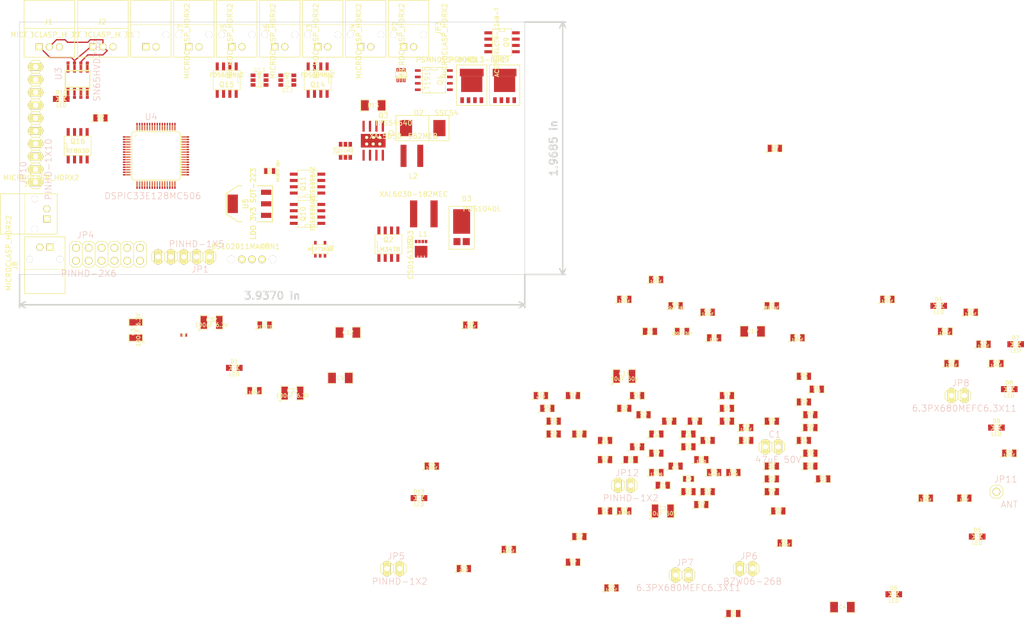
<source format=kicad_pcb>
(kicad_pcb (version 3) (host pcbnew "(2013-mar-13)-testing")
  (layers (15 F.Cu signal) (2 Inner2.Cu power) (1 Inner1.Cu power) (0 B.Cu signal) (19 F.Paste user) (21 F.SilkS user) (23 F.Mask user) (28 Edge.Cuts user))
  (net 0 "")
  (net 1 /5V5)
  (net 2 /5V5_VBACKUP)
  (net 3 /5V5_VBAT)
  (net 4 /AN11)
  (net 5 /AN6)
  (net 6 /AN7)
  (net 7 /AN8)
  (net 8 /BAT_CURRENT)
  (net 9 /BUZZER)
  (net 10 /B_LED)
  (net 11 /CAN_H)
  (net 12 /CAN_L)
  (net 13 /CAN_RX)
  (net 14 /CAN_TX)
  (net 15 /EN_OUT_1)
  (net 16 /EN_OUT_2)
  (net 17 /EN_OUT_3)
  (net 18 /EN_OUT_4)
  (net 19 /EN_VBACKUP_5V5)
  (net 20 /EN_VBAT_5V5)
  (net 21 /EX_1)
  (net 22 /EX_10)
  (net 23 /EX_2)
  (net 24 /EX_3)
  (net 25 /EX_4)
  (net 26 /EX_5)
  (net 27 /EX_6)
  (net 28 /EX_7)
  (net 29 /EX_8)
  (net 30 /EX_9)
  (net 31 /G_BAT)
  (net 32 /G_BAT_KILL)
  (net 33 /G_BAT_PIC)
  (net 34 /G_LED)
  (net 35 /MCLR)
  (net 36 /OP2)
  (net 37 /OP3)
  (net 38 /OUT_1)
  (net 39 /OUT_2)
  (net 40 /OUT_3)
  (net 41 /OUT_4)
  (net 42 /PGEC)
  (net 43 /PGED)
  (net 44 /RF_ANT)
  (net 45 /RF_DOUT)
  (net 46 /RF_LEARN)
  (net 47 /RF_SERIAL)
  (net 48 /R_LED)
  (net 49 /SCL)
  (net 50 /SDA)
  (net 51 /STATUS_LED)
  (net 52 /SWITCH_ON)
  (net 53 /VBACKUP)
  (net 54 /VBACKUP_CHARGE_EN)
  (net 55 /VBACKUP_STAT)
  (net 56 /VBAT)
  (net 57 /VBAT_5V5_EN)
  (net 58 /VBAT_IN)
  (net 59 /VBAT_SWITCHED)
  (net 60 /VMOTOR)
  (net 61 /VMOTOR_EN)
  (net 62 3V3)
  (net 63 GND)
  (net 64 N-0000010)
  (net 65 N-00000100)
  (net 66 N-00000102)
  (net 67 N-00000104)
  (net 68 N-00000105)
  (net 69 N-00000109)
  (net 70 N-0000011)
  (net 71 N-00000110)
  (net 72 N-00000111)
  (net 73 N-00000113)
  (net 74 N-00000115)
  (net 75 N-00000116)
  (net 76 N-00000119)
  (net 77 N-0000012)
  (net 78 N-00000120)
  (net 79 N-00000121)
  (net 80 N-0000013)
  (net 81 N-0000015)
  (net 82 N-0000016)
  (net 83 N-0000017)
  (net 84 N-0000018)
  (net 85 N-0000019)
  (net 86 N-000002)
  (net 87 N-0000020)
  (net 88 N-0000021)
  (net 89 N-0000024)
  (net 90 N-0000029)
  (net 91 N-000003)
  (net 92 N-0000030)
  (net 93 N-0000032)
  (net 94 N-0000034)
  (net 95 N-0000035)
  (net 96 N-0000036)
  (net 97 N-0000037)
  (net 98 N-0000038)
  (net 99 N-0000039)
  (net 100 N-000004)
  (net 101 N-000005)
  (net 102 N-0000057)
  (net 103 N-0000058)
  (net 104 N-0000059)
  (net 105 N-0000060)
  (net 106 N-0000066)
  (net 107 N-0000067)
  (net 108 N-0000069)
  (net 109 N-0000070)
  (net 110 N-0000071)
  (net 111 N-0000074)
  (net 112 N-0000075)
  (net 113 N-0000076)
  (net 114 N-0000078)
  (net 115 N-0000079)
  (net 116 N-000008)
  (net 117 N-0000081)
  (net 118 N-0000082)
  (net 119 N-0000083)
  (net 120 N-0000084)
  (net 121 N-0000087)
  (net 122 N-0000088)
  (net 123 N-0000089)
  (net 124 N-000009)
  (net 125 N-0000091)
  (net 126 N-0000093)
  (net 127 N-0000094)
  (net 128 N-0000096)
  (net 129 N-0000098)
  (module pinhead-1X02 (layer F.Cu) (at 168.91 104.14)
    (fp_text reference C1 (at 0.5588 -2.4638) (layer B.SilkS) (effects (font (size 1.27 1.27) (thickness 0.0889))))
    (fp_text value "47uF 50V" (at 1.27 2.54) (layer B.SilkS) (effects (font (size 1.27 1.27) (thickness 0.0889))))
    (pad 1 thru_hole oval (at -1.27 0) (size 1.524 3.048) (drill 1.016) (layers F&B.Cu F.Paste F.SilkS F.Mask) (net 56 /VBAT))
    (pad 2 thru_hole oval (at 1.27 0) (size 1.524 3.048) (drill 1.016) (layers F&B.Cu F.Paste F.SilkS F.Mask) (net 63 GND))
  )
  (module SM1210 (layer F.Cu) (at 147.32 116.84)
    (fp_text reference C3 (at 0 -0.508) (layer F.SilkS) (effects (font (size 0.762 0.762) (thickness 0.127))))
    (fp_text value "10uF 50V" (at 0 0.508) (layer F.SilkS) (effects (font (size 0.762 0.762) (thickness 0.127))))
    (pad 1 smd rect (at -1.524 0) (size 1.27 2.54) (layers F.Cu F.Paste F.Mask) (net 56 /VBAT))
    (pad 2 smd rect (at 1.524 0) (size 1.27 2.54) (layers F.Cu F.Paste F.Mask) (net 63 GND))
  )
  (module SM1206 (layer F.Cu) (at 182.88 135.89)
    (fp_text reference C4 (at 0 0) (layer F.SilkS) (effects (font (size 0.762 0.762) (thickness 0.127))))
    (fp_text value "100uF 6.3V" hide)
    (pad 1 smd rect (at -1.651 0) (size 1.524 2.032) (layers F.Cu F.Paste F.Mask) (net 2 /5V5_VBACKUP))
    (pad 2 smd rect (at 1.651 0) (size 1.524 2.032) (layers F.Cu F.Paste F.Mask) (net 63 GND))
  )
  (module SM0805 (layer F.Cu) (at 168.91 76.2)
    (fp_text reference C5 (at 0 -0.3175) (layer F.SilkS) (effects (font (size 0.50038 0.50038) (thickness 0.10922))))
    (fp_text value 8125pF (at 0 0.381) (layer F.SilkS) (effects (font (size 0.50038 0.50038) (thickness 0.10922))))
    (pad 1 smd rect (at -0.9525 0) (size 0.889 1.397) (layers F.Cu F.Paste F.Mask) (net 117 N-0000081))
    (pad 2 smd rect (at 0.9525 0) (size 0.889 1.397) (layers F.Cu F.Paste F.Mask) (net 63 GND))
  )
  (module SM0805 (layer F.Cu) (at 144.78 81.28)
    (fp_text reference C6 (at 0 -0.3175) (layer F.SilkS) (effects (font (size 0.50038 0.50038) (thickness 0.10922))))
    (fp_text value 2nF (at 0 0.381) (layer F.SilkS) (effects (font (size 0.50038 0.50038) (thickness 0.10922))))
    (pad 1 smd rect (at -0.9525 0) (size 0.889 1.397) (layers F.Cu F.Paste F.Mask) (net 88 N-0000021))
    (pad 2 smd rect (at 0.9525 0) (size 0.889 1.397) (layers F.Cu F.Paste F.Mask) (net 63 GND))
  )
  (module SM0805 (layer F.Cu) (at 151.13 81.28)
    (fp_text reference C7 (at 0 -0.3175) (layer F.SilkS) (effects (font (size 0.50038 0.50038) (thickness 0.10922))))
    (fp_text value "100nF 50V" (at 0 0.381) (layer F.SilkS) (effects (font (size 0.50038 0.50038) (thickness 0.10922))))
    (pad 1 smd rect (at -0.9525 0) (size 0.889 1.397) (layers F.Cu F.Paste F.Mask) (net 56 /VBAT))
    (pad 2 smd rect (at 0.9525 0) (size 0.889 1.397) (layers F.Cu F.Paste F.Mask) (net 63 GND))
  )
  (module SM0805 (layer F.Cu) (at 157.48 82.55)
    (fp_text reference C8 (at 0 -0.3175) (layer F.SilkS) (effects (font (size 0.50038 0.50038) (thickness 0.10922))))
    (fp_text value 13pF (at 0 0.381) (layer F.SilkS) (effects (font (size 0.50038 0.50038) (thickness 0.10922))))
    (pad 1 smd rect (at -0.9525 0) (size 0.889 1.397) (layers F.Cu F.Paste F.Mask) (net 91 N-000003))
    (pad 2 smd rect (at 0.9525 0) (size 0.889 1.397) (layers F.Cu F.Paste F.Mask) (net 63 GND))
  )
  (module SM0805 (layer F.Cu) (at 156.21 77.47)
    (fp_text reference C10 (at 0 -0.3175) (layer F.SilkS) (effects (font (size 0.50038 0.50038) (thickness 0.10922))))
    (fp_text value 100nF (at 0 0.381) (layer F.SilkS) (effects (font (size 0.50038 0.50038) (thickness 0.10922))))
    (pad 1 smd rect (at -0.9525 0) (size 0.889 1.397) (layers F.Cu F.Paste F.Mask) (net 63 GND))
    (pad 2 smd rect (at 0.9525 0) (size 0.889 1.397) (layers F.Cu F.Paste F.Mask) (net 1 /5V5))
  )
  (module SM1210 (layer F.Cu) (at 139.7 90.17)
    (fp_text reference C11 (at 0 -0.508) (layer F.SilkS) (effects (font (size 0.762 0.762) (thickness 0.127))))
    (fp_text value "10uF 50V" (at 0 0.508) (layer F.SilkS) (effects (font (size 0.762 0.762) (thickness 0.127))))
    (pad 1 smd rect (at -1.524 0) (size 1.27 2.54) (layers F.Cu F.Paste F.Mask) (net 56 /VBAT))
    (pad 2 smd rect (at 1.524 0) (size 1.27 2.54) (layers F.Cu F.Paste F.Mask) (net 63 GND))
  )
  (module SM0805 (layer F.Cu) (at 123.19 93.98)
    (fp_text reference C13 (at 0 -0.3175) (layer F.SilkS) (effects (font (size 0.50038 0.50038) (thickness 0.10922))))
    (fp_text value 47nF (at 0 0.381) (layer F.SilkS) (effects (font (size 0.50038 0.50038) (thickness 0.10922))))
    (pad 1 smd rect (at -0.9525 0) (size 0.889 1.397) (layers F.Cu F.Paste F.Mask) (net 115 N-0000079))
    (pad 2 smd rect (at 0.9525 0) (size 0.889 1.397) (layers F.Cu F.Paste F.Mask) (net 88 N-0000021))
  )
  (module SM0805 (layer F.Cu) (at 173.99 82.55)
    (fp_text reference C14 (at 0 -0.3175) (layer F.SilkS) (effects (font (size 0.50038 0.50038) (thickness 0.10922))))
    (fp_text value 100nF (at 0 0.381) (layer F.SilkS) (effects (font (size 0.50038 0.50038) (thickness 0.10922))))
    (pad 1 smd rect (at -0.9525 0) (size 0.889 1.397) (layers F.Cu F.Paste F.Mask) (net 100 N-000004))
    (pad 2 smd rect (at 0.9525 0) (size 0.889 1.397) (layers F.Cu F.Paste F.Mask) (net 119 N-0000083))
  )
  (module SM0805 (layer F.Cu) (at 107.95 128.27)
    (fp_text reference C15 (at 0 -0.3175) (layer F.SilkS) (effects (font (size 0.50038 0.50038) (thickness 0.10922))))
    (fp_text value 10uF (at 0 0.381) (layer F.SilkS) (effects (font (size 0.50038 0.50038) (thickness 0.10922))))
    (pad 1 smd rect (at -0.9525 0) (size 0.889 1.397) (layers F.Cu F.Paste F.Mask) (net 63 GND))
    (pad 2 smd rect (at 0.9525 0) (size 0.889 1.397) (layers F.Cu F.Paste F.Mask) (net 53 /VBACKUP))
  )
  (module SM0805 (layer F.Cu) (at 210.82 83.82)
    (fp_text reference C16 (at 0 -0.3175) (layer F.SilkS) (effects (font (size 0.50038 0.50038) (thickness 0.10922))))
    (fp_text value 100nF (at 0 0.381) (layer F.SilkS) (effects (font (size 0.50038 0.50038) (thickness 0.10922))))
    (pad 1 smd rect (at -0.9525 0) (size 0.889 1.397) (layers F.Cu F.Paste F.Mask) (net 64 N-0000010))
    (pad 2 smd rect (at 0.9525 0) (size 0.889 1.397) (layers F.Cu F.Paste F.Mask) (net 63 GND))
  )
  (module SM1206 (layer F.Cu) (at 165.1 81.28)
    (fp_text reference C17 (at 0 0) (layer F.SilkS) (effects (font (size 0.762 0.762) (thickness 0.127))))
    (fp_text value "100uF 6.3V" hide)
    (pad 1 smd rect (at -1.651 0) (size 1.524 2.032) (layers F.Cu F.Paste F.Mask) (net 63 GND))
    (pad 2 smd rect (at 1.651 0) (size 1.524 2.032) (layers F.Cu F.Paste F.Mask) (net 3 /5V5_VBAT))
  )
  (module SM0805 (layer F.Cu) (at 109.22 80.01)
    (fp_text reference C18 (at 0 -0.3175) (layer F.SilkS) (effects (font (size 0.50038 0.50038) (thickness 0.10922))))
    (fp_text value 100nF (at 0 0.381) (layer F.SilkS) (effects (font (size 0.50038 0.50038) (thickness 0.10922))))
    (pad 1 smd rect (at -0.9525 0) (size 0.889 1.397) (layers F.Cu F.Paste F.Mask) (net 35 /MCLR))
    (pad 2 smd rect (at 0.9525 0) (size 0.889 1.397) (layers F.Cu F.Paste F.Mask) (net 63 GND))
  )
  (module SM0805 (layer F.Cu) (at 203.2 81.28)
    (fp_text reference C19 (at 0 -0.3175) (layer F.SilkS) (effects (font (size 0.50038 0.50038) (thickness 0.10922))))
    (fp_text value 100nF (at 0 0.381) (layer F.SilkS) (effects (font (size 0.50038 0.50038) (thickness 0.10922))))
    (pad 1 smd rect (at -0.9525 0) (size 0.889 1.397) (layers F.Cu F.Paste F.Mask) (net 30 /EX_9))
    (pad 2 smd rect (at 0.9525 0) (size 0.889 1.397) (layers F.Cu F.Paste F.Mask) (net 63 GND))
  )
  (module SM0805 (layer F.Cu) (at 139.7 74.93)
    (fp_text reference C20 (at 0 -0.3175) (layer F.SilkS) (effects (font (size 0.50038 0.50038) (thickness 0.10922))))
    (fp_text value 100nF (at 0 0.381) (layer F.SilkS) (effects (font (size 0.50038 0.50038) (thickness 0.10922))))
    (pad 1 smd rect (at -0.9525 0) (size 0.889 1.397) (layers F.Cu F.Paste F.Mask) (net 62 3V3))
    (pad 2 smd rect (at 0.9525 0) (size 0.889 1.397) (layers F.Cu F.Paste F.Mask) (net 63 GND))
  )
  (module SM0805 (layer F.Cu) (at 171.45 123.19)
    (fp_text reference C21 (at 0 -0.3175) (layer F.SilkS) (effects (font (size 0.50038 0.50038) (thickness 0.10922))))
    (fp_text value 100nF (at 0 0.381) (layer F.SilkS) (effects (font (size 0.50038 0.50038) (thickness 0.10922))))
    (pad 1 smd rect (at -0.9525 0) (size 0.889 1.397) (layers F.Cu F.Paste F.Mask) (net 62 3V3))
    (pad 2 smd rect (at 0.9525 0) (size 0.889 1.397) (layers F.Cu F.Paste F.Mask) (net 63 GND))
  )
  (module SM0805 (layer F.Cu) (at 204.47 87.63)
    (fp_text reference C22 (at 0 -0.3175) (layer F.SilkS) (effects (font (size 0.50038 0.50038) (thickness 0.10922))))
    (fp_text value 100nF (at 0 0.381) (layer F.SilkS) (effects (font (size 0.50038 0.50038) (thickness 0.10922))))
    (pad 1 smd rect (at -0.9525 0) (size 0.889 1.397) (layers F.Cu F.Paste F.Mask) (net 62 3V3))
    (pad 2 smd rect (at 0.9525 0) (size 0.889 1.397) (layers F.Cu F.Paste F.Mask) (net 63 GND))
  )
  (module SM0805 (layer F.Cu) (at 163.83 100.33)
    (fp_text reference C23 (at 0 -0.3175) (layer F.SilkS) (effects (font (size 0.50038 0.50038) (thickness 0.10922))))
    (fp_text value 100nF (at 0 0.381) (layer F.SilkS) (effects (font (size 0.50038 0.50038) (thickness 0.10922))))
    (pad 1 smd rect (at -0.9525 0) (size 0.889 1.397) (layers F.Cu F.Paste F.Mask) (net 5 /AN6))
    (pad 2 smd rect (at 0.9525 0) (size 0.889 1.397) (layers F.Cu F.Paste F.Mask) (net 63 GND))
  )
  (module SM0805 (layer F.Cu) (at 101.6 107.95)
    (fp_text reference C24 (at 0 -0.3175) (layer F.SilkS) (effects (font (size 0.50038 0.50038) (thickness 0.10922))))
    (fp_text value 100nF (at 0 0.381) (layer F.SilkS) (effects (font (size 0.50038 0.50038) (thickness 0.10922))))
    (pad 1 smd rect (at -0.9525 0) (size 0.889 1.397) (layers F.Cu F.Paste F.Mask) (net 6 /AN7))
    (pad 2 smd rect (at 0.9525 0) (size 0.889 1.397) (layers F.Cu F.Paste F.Mask) (net 63 GND))
  )
  (module SM0805 (layer F.Cu) (at 116.84 124.46)
    (fp_text reference C25 (at 0 -0.3175) (layer F.SilkS) (effects (font (size 0.50038 0.50038) (thickness 0.10922))))
    (fp_text value 100nF (at 0 0.381) (layer F.SilkS) (effects (font (size 0.50038 0.50038) (thickness 0.10922))))
    (pad 1 smd rect (at -0.9525 0) (size 0.889 1.397) (layers F.Cu F.Paste F.Mask) (net 7 /AN8))
    (pad 2 smd rect (at 0.9525 0) (size 0.889 1.397) (layers F.Cu F.Paste F.Mask) (net 63 GND))
  )
  (module SM0805 (layer F.Cu) (at 137.16 132.08)
    (fp_text reference C26 (at 0 -0.3175) (layer F.SilkS) (effects (font (size 0.50038 0.50038) (thickness 0.10922))))
    (fp_text value 100nF (at 0 0.381) (layer F.SilkS) (effects (font (size 0.50038 0.50038) (thickness 0.10922))))
    (pad 1 smd rect (at -0.9525 0) (size 0.889 1.397) (layers F.Cu F.Paste F.Mask) (net 63 GND))
    (pad 2 smd rect (at 0.9525 0) (size 0.889 1.397) (layers F.Cu F.Paste F.Mask) (net 1 /5V5))
  )
  (module SM0805 (layer F.Cu) (at 208.28 77.47)
    (fp_text reference C27 (at 0 -0.3175) (layer F.SilkS) (effects (font (size 0.50038 0.50038) (thickness 0.10922))))
    (fp_text value 100nF (at 0 0.381) (layer F.SilkS) (effects (font (size 0.50038 0.50038) (thickness 0.10922))))
    (pad 1 smd rect (at -0.9525 0) (size 0.889 1.397) (layers F.Cu F.Paste F.Mask) (net 63 GND))
    (pad 2 smd rect (at 0.9525 0) (size 0.889 1.397) (layers F.Cu F.Paste F.Mask) (net 62 3V3))
  )
  (module SM0805 (layer F.Cu) (at 213.36 87.63)
    (fp_text reference C28 (at 0 -0.3175) (layer F.SilkS) (effects (font (size 0.50038 0.50038) (thickness 0.10922))))
    (fp_text value 100nF (at 0 0.381) (layer F.SilkS) (effects (font (size 0.50038 0.50038) (thickness 0.10922))))
    (pad 1 smd rect (at -0.9525 0) (size 0.889 1.397) (layers F.Cu F.Paste F.Mask) (net 62 3V3))
    (pad 2 smd rect (at 0.9525 0) (size 0.889 1.397) (layers F.Cu F.Paste F.Mask) (net 63 GND))
  )
  (module SM0805 (layer F.Cu) (at 191.77 74.93)
    (fp_text reference C29 (at 0 -0.3175) (layer F.SilkS) (effects (font (size 0.50038 0.50038) (thickness 0.10922))))
    (fp_text value 100nF (at 0 0.381) (layer F.SilkS) (effects (font (size 0.50038 0.50038) (thickness 0.10922))))
    (pad 1 smd rect (at -0.9525 0) (size 0.889 1.397) (layers F.Cu F.Paste F.Mask) (net 4 /AN11))
    (pad 2 smd rect (at 0.9525 0) (size 0.889 1.397) (layers F.Cu F.Paste F.Mask) (net 63 GND))
  )
  (module SM0805 (layer F.Cu) (at 149.86 76.2)
    (fp_text reference C30 (at 0 -0.3175) (layer F.SilkS) (effects (font (size 0.50038 0.50038) (thickness 0.10922))))
    (fp_text value "10uF 16V" (at 0 0.381) (layer F.SilkS) (effects (font (size 0.50038 0.50038) (thickness 0.10922))))
    (pad 1 smd rect (at -0.9525 0) (size 0.889 1.397) (layers F.Cu F.Paste F.Mask) (net 63 GND))
    (pad 2 smd rect (at 0.9525 0) (size 0.889 1.397) (layers F.Cu F.Paste F.Mask) (net 109 N-0000070))
  )
  (module SM0805 (layer F.Cu) (at 146 71)
    (fp_text reference C34 (at 0 -0.3175) (layer F.SilkS) (effects (font (size 0.50038 0.50038) (thickness 0.10922))))
    (fp_text value 100nF (at 0 0.381) (layer F.SilkS) (effects (font (size 0.50038 0.50038) (thickness 0.10922))))
    (pad 1 smd rect (at -0.9525 0) (size 0.889 1.397) (layers F.Cu F.Paste F.Mask) (net 63 GND))
    (pad 2 smd rect (at 0.9525 0) (size 0.889 1.397) (layers F.Cu F.Paste F.Mask) (net 62 3V3))
  )
  (module SM0805 (layer F.Cu) (at 199.39 114.3)
    (fp_text reference C35 (at 0 -0.3175) (layer F.SilkS) (effects (font (size 0.50038 0.50038) (thickness 0.10922))))
    (fp_text value 100nF (at 0 0.381) (layer F.SilkS) (effects (font (size 0.50038 0.50038) (thickness 0.10922))))
    (pad 1 smd rect (at -0.9525 0) (size 0.889 1.397) (layers F.Cu F.Paste F.Mask) (net 62 3V3))
    (pad 2 smd rect (at 0.9525 0) (size 0.889 1.397) (layers F.Cu F.Paste F.Mask) (net 63 GND))
  )
  (module SM0805 (layer F.Cu) (at 215.9 105.41)
    (fp_text reference C36 (at 0 -0.3175) (layer F.SilkS) (effects (font (size 0.50038 0.50038) (thickness 0.10922))))
    (fp_text value 100nF (at 0 0.381) (layer F.SilkS) (effects (font (size 0.50038 0.50038) (thickness 0.10922))))
    (pad 1 smd rect (at -0.9525 0) (size 0.889 1.397) (layers F.Cu F.Paste F.Mask) (net 1 /5V5))
    (pad 2 smd rect (at 0.9525 0) (size 0.889 1.397) (layers F.Cu F.Paste F.Mask) (net 63 GND))
  )
  (module SM0805 (layer F.Cu) (at 207.01 114.3)
    (fp_text reference C37 (at 0 -0.3175) (layer F.SilkS) (effects (font (size 0.50038 0.50038) (thickness 0.10922))))
    (fp_text value 10uF (at 0 0.381) (layer F.SilkS) (effects (font (size 0.50038 0.50038) (thickness 0.10922))))
    (pad 1 smd rect (at -0.9525 0) (size 0.889 1.397) (layers F.Cu F.Paste F.Mask) (net 62 3V3))
    (pad 2 smd rect (at 0.9525 0) (size 0.889 1.397) (layers F.Cu F.Paste F.Mask) (net 63 GND))
  )
  (module DO-214AB (layer F.Cu) (at 96.5 41)
    (fp_text reference D2 (at 2.5 -3) (layer F.SilkS))
    (fp_text value SSC54 (at 8 -3) (layer F.SilkS))
    (pad 1 smd rect (at 0 0) (size 2.4 3.2) (layers F.Cu F.Paste F.Mask) (net 63 GND))
    (pad 2 smd rect (at 6.6 0) (size 2.4 3.2) (layers F.Cu F.Paste F.Mask) (net 100 N-000004))
  )
  (module LED-0805 (layer F.Cu) (at 201.93 76.2)
    (fp_text reference D4 (at 0 -1.27) (layer F.SilkS) (effects (font (size 0.762 0.762) (thickness 0.127))))
    (fp_text value LED (at 0 1.27) (layer F.SilkS) (effects (font (size 0.762 0.762) (thickness 0.127))))
    (pad 1 smd rect (at -1.04902 0) (size 1.19888 1.19888) (layers F.Cu F.Paste F.Mask) (net 103 N-0000058))
    (pad 2 smd rect (at 1.04902 0) (size 1.19888 1.19888) (layers F.Cu F.Paste F.Mask) (net 63 GND))
  )
  (module LED-0805 (layer F.Cu) (at 209.55 121.92)
    (fp_text reference D5 (at 0 -1.27) (layer F.SilkS) (effects (font (size 0.762 0.762) (thickness 0.127))))
    (fp_text value LED (at 0 1.27) (layer F.SilkS) (effects (font (size 0.762 0.762) (thickness 0.127))))
    (pad 1 smd rect (at -1.04902 0) (size 1.19888 1.19888) (layers F.Cu F.Paste F.Mask) (net 92 N-0000030))
    (pad 2 smd rect (at 1.04902 0) (size 1.19888 1.19888) (layers F.Cu F.Paste F.Mask) (net 63 GND))
  )
  (module LED-0805 (layer F.Cu) (at 193.04 133.35)
    (fp_text reference D6 (at 0 -1.27) (layer F.SilkS) (effects (font (size 0.762 0.762) (thickness 0.127))))
    (fp_text value LED (at 0 1.27) (layer F.SilkS) (effects (font (size 0.762 0.762) (thickness 0.127))))
    (pad 1 smd rect (at -1.04902 0) (size 1.19888 1.19888) (layers F.Cu F.Paste F.Mask) (net 93 N-0000032))
    (pad 2 smd rect (at 1.04902 0) (size 1.19888 1.19888) (layers F.Cu F.Paste F.Mask) (net 63 GND))
  )
  (module LED-0805 (layer F.Cu) (at 217.17 83.82)
    (fp_text reference D7 (at 0 -1.27) (layer F.SilkS) (effects (font (size 0.762 0.762) (thickness 0.127))))
    (fp_text value LED (at 0 1.27) (layer F.SilkS) (effects (font (size 0.762 0.762) (thickness 0.127))))
    (pad 1 smd rect (at -1.04902 0) (size 1.19888 1.19888) (layers F.Cu F.Paste F.Mask) (net 104 N-0000059))
    (pad 2 smd rect (at 1.04902 0) (size 1.19888 1.19888) (layers F.Cu F.Paste F.Mask) (net 63 GND))
  )
  (module LED-0805 (layer F.Cu) (at 215.9 92.71)
    (fp_text reference D8 (at 0 -1.27) (layer F.SilkS) (effects (font (size 0.762 0.762) (thickness 0.127))))
    (fp_text value LED (at 0 1.27) (layer F.SilkS) (effects (font (size 0.762 0.762) (thickness 0.127))))
    (pad 1 smd rect (at -1.04902 0) (size 1.19888 1.19888) (layers F.Cu F.Paste F.Mask) (net 48 /R_LED))
    (pad 2 smd rect (at 1.04902 0) (size 1.19888 1.19888) (layers F.Cu F.Paste F.Mask) (net 95 N-0000035))
  )
  (module LED-0805 (layer F.Cu) (at 213.36 100.33)
    (fp_text reference D9 (at 0 -1.27) (layer F.SilkS) (effects (font (size 0.762 0.762) (thickness 0.127))))
    (fp_text value LED (at 0 1.27) (layer F.SilkS) (effects (font (size 0.762 0.762) (thickness 0.127))))
    (pad 1 smd rect (at -1.04902 0) (size 1.19888 1.19888) (layers F.Cu F.Paste F.Mask) (net 34 /G_LED))
    (pad 2 smd rect (at 1.04902 0) (size 1.19888 1.19888) (layers F.Cu F.Paste F.Mask) (net 94 N-0000034))
  )
  (module LED-0805 (layer F.Cu) (at 28.25 35.21)
    (fp_text reference D10 (at 0 -1.27) (layer F.SilkS) (effects (font (size 0.762 0.762) (thickness 0.127))))
    (fp_text value LED (at 0 1.27) (layer F.SilkS) (effects (font (size 0.762 0.762) (thickness 0.127))))
    (pad 1 smd rect (at -1.04902 0) (size 1.19888 1.19888) (layers F.Cu F.Paste F.Mask) (net 10 /B_LED))
    (pad 2 smd rect (at 1.04902 0) (size 1.19888 1.19888) (layers F.Cu F.Paste F.Mask) (net 90 N-0000029))
  )
  (module LED-0805 (layer F.Cu) (at 99.06 114.3)
    (fp_text reference D13 (at 0 -1.27) (layer F.SilkS) (effects (font (size 0.762 0.762) (thickness 0.127))))
    (fp_text value LED (at 0 1.27) (layer F.SilkS) (effects (font (size 0.762 0.762) (thickness 0.127))))
    (pad 1 smd rect (at -1.04902 0) (size 1.19888 1.19888) (layers F.Cu F.Paste F.Mask) (net 107 N-0000067))
    (pad 2 smd rect (at 1.04902 0) (size 1.19888 1.19888) (layers F.Cu F.Paste F.Mask) (net 106 N-0000066))
  )
  (module 55935-0330 (layer F.Cu) (at 21.9 22.51)
    (fp_text reference J1 (at 3.81 -2.54) (layer F.SilkS))
    (fp_text value MICROCLASP_HDRX3 (at 3.81 0) (layer F.SilkS))
    (pad 1 thru_hole rect (at 2 2.4) (size 1.4 1.4) (drill 0.9) (layers *.Cu *.Mask F.SilkS) (net 11 /CAN_H))
    (pad "" thru_hole circle (at 0 0) (size 1.3 1.3) (drill 1.3) (layers *.Cu *.Mask F.SilkS))
    (pad 2 thru_hole circle (at 4 2.4) (size 1.4 1.4) (drill 0.9) (layers *.Cu *.Mask F.SilkS) (net 12 /CAN_L))
    (pad 3 thru_hole circle (at 6 2.4) (size 1.4 1.4) (drill 0.9) (layers *.Cu *.Mask F.SilkS) (net 89 N-0000024))
    (pad "" thru_hole circle (at 8 0) (size 1.3 1.3) (drill 1.3) (layers *.Cu *.Mask F.SilkS))
  )
  (module 55935-0330 (layer F.Cu) (at 32.5 22.5)
    (fp_text reference J2 (at 3.81 -2.54) (layer F.SilkS))
    (fp_text value MICROCLASP_HDRX3 (at 3.81 0) (layer F.SilkS))
    (pad 1 thru_hole rect (at 2 2.4) (size 1.4 1.4) (drill 0.9) (layers *.Cu *.Mask F.SilkS) (net 11 /CAN_H))
    (pad "" thru_hole circle (at 0 0) (size 1.3 1.3) (drill 1.3) (layers *.Cu *.Mask F.SilkS))
    (pad 2 thru_hole circle (at 4 2.4) (size 1.4 1.4) (drill 0.9) (layers *.Cu *.Mask F.SilkS) (net 12 /CAN_L))
    (pad 3 thru_hole circle (at 6 2.4) (size 1.4 1.4) (drill 0.9) (layers *.Cu *.Mask F.SilkS) (net 89 N-0000024))
    (pad "" thru_hole circle (at 8 0) (size 1.3 1.3) (drill 1.3) (layers *.Cu *.Mask F.SilkS))
  )
  (module 55935-0210 (layer F.Cu) (at 68.5 22.5)
    (fp_text reference J3 (at 8.89 -1.27 90) (layer F.SilkS))
    (fp_text value MICROCLASP_HDRX2 (at 10.16 1.27 90) (layer F.SilkS))
    (pad "" thru_hole circle (at 0 0) (size 1.3 1.3) (drill 1.3) (layers *.Cu *.Mask F.SilkS))
    (pad 1 thru_hole rect (at 2 2.4) (size 1.4 1.4) (drill 0.9) (layers *.Cu *.Mask F.SilkS) (net 63 GND))
    (pad 2 thru_hole circle (at 4 2.4) (size 1.4 1.4) (drill 0.9) (layers *.Cu *.Mask F.SilkS) (net 99 N-0000039))
    (pad "" thru_hole circle (at 6 0) (size 1.3 1.3) (drill 1.3) (layers *.Cu *.Mask F.SilkS))
  )
  (module 55935-0210 (layer F.Cu) (at 77 22.5)
    (fp_text reference J4 (at 8.89 -1.27 90) (layer F.SilkS))
    (fp_text value MICROCLASP_HDRX2 (at 10.16 1.27 90) (layer F.SilkS))
    (pad "" thru_hole circle (at 0 0) (size 1.3 1.3) (drill 1.3) (layers *.Cu *.Mask F.SilkS))
    (pad 1 thru_hole rect (at 2 2.4) (size 1.4 1.4) (drill 0.9) (layers *.Cu *.Mask F.SilkS) (net 63 GND))
    (pad 2 thru_hole circle (at 4 2.4) (size 1.4 1.4) (drill 0.9) (layers *.Cu *.Mask F.SilkS) (net 98 N-0000038))
    (pad "" thru_hole circle (at 6 0) (size 1.3 1.3) (drill 1.3) (layers *.Cu *.Mask F.SilkS))
  )
  (module 55935-0210 (layer F.Cu) (at 51.5 22.5)
    (fp_text reference J5 (at 8.89 -1.27 90) (layer F.SilkS))
    (fp_text value MICROCLASP_HDRX2 (at 10.16 1.27 90) (layer F.SilkS))
    (pad "" thru_hole circle (at 0 0) (size 1.3 1.3) (drill 1.3) (layers *.Cu *.Mask F.SilkS))
    (pad 1 thru_hole rect (at 2 2.4) (size 1.4 1.4) (drill 0.9) (layers *.Cu *.Mask F.SilkS) (net 63 GND))
    (pad 2 thru_hole circle (at 4 2.4) (size 1.4 1.4) (drill 0.9) (layers *.Cu *.Mask F.SilkS) (net 97 N-0000037))
    (pad "" thru_hole circle (at 6 0) (size 1.3 1.3) (drill 1.3) (layers *.Cu *.Mask F.SilkS))
  )
  (module 55935-0210 (layer F.Cu) (at 60 22.5)
    (fp_text reference J6 (at 8.89 -1.27 90) (layer F.SilkS))
    (fp_text value MICROCLASP_HDRX2 (at 10.16 1.27 90) (layer F.SilkS))
    (pad "" thru_hole circle (at 0 0) (size 1.3 1.3) (drill 1.3) (layers *.Cu *.Mask F.SilkS))
    (pad 1 thru_hole rect (at 2 2.4) (size 1.4 1.4) (drill 0.9) (layers *.Cu *.Mask F.SilkS) (net 63 GND))
    (pad 2 thru_hole circle (at 4 2.4) (size 1.4 1.4) (drill 0.9) (layers *.Cu *.Mask F.SilkS) (net 96 N-0000036))
    (pad "" thru_hole circle (at 6 0) (size 1.3 1.3) (drill 1.3) (layers *.Cu *.Mask F.SilkS))
  )
  (module 55935-0210 (layer F.Cu) (at 43 22.5)
    (fp_text reference J7 (at 8.89 -1.27 90) (layer F.SilkS))
    (fp_text value MICROCLASP_HDRX2 (at 10.16 1.27 90) (layer F.SilkS))
    (pad "" thru_hole circle (at 0 0) (size 1.3 1.3) (drill 1.3) (layers *.Cu *.Mask F.SilkS))
    (pad 1 thru_hole rect (at 2 2.4) (size 1.4 1.4) (drill 0.9) (layers *.Cu *.Mask F.SilkS) (net 63 GND))
    (pad 2 thru_hole circle (at 4 2.4) (size 1.4 1.4) (drill 0.9) (layers *.Cu *.Mask F.SilkS) (net 1 /5V5))
    (pad "" thru_hole circle (at 6 0) (size 1.3 1.3) (drill 1.3) (layers *.Cu *.Mask F.SilkS))
  )
  (module 55935-0210 (layer F.Cu) (at 28 67 180)
    (fp_text reference J8 (at 8.89 -1.27 270) (layer F.SilkS))
    (fp_text value MICROCLASP_HDRX2 (at 10.16 1.27 270) (layer F.SilkS))
    (pad "" thru_hole circle (at 0 0 180) (size 1.3 1.3) (drill 1.3) (layers *.Cu *.Mask F.SilkS))
    (pad 1 thru_hole rect (at 2 2.4 180) (size 1.4 1.4) (drill 0.9) (layers *.Cu *.Mask F.SilkS) (net 63 GND))
    (pad 2 thru_hole circle (at 4 2.4 180) (size 1.4 1.4) (drill 0.9) (layers *.Cu *.Mask F.SilkS) (net 9 /BUZZER))
    (pad "" thru_hole circle (at 6 0 180) (size 1.3 1.3) (drill 1.3) (layers *.Cu *.Mask F.SilkS))
  )
  (module 55935-0210 (layer F.Cu) (at 23 61 90)
    (fp_text reference J9 (at 8.89 -1.27 180) (layer F.SilkS))
    (fp_text value MICROCLASP_HDRX2 (at 10.16 1.27 180) (layer F.SilkS))
    (pad "" thru_hole circle (at 0 0 90) (size 1.3 1.3) (drill 1.3) (layers *.Cu *.Mask F.SilkS))
    (pad 1 thru_hole rect (at 2 2.4 90) (size 1.4 1.4) (drill 0.9) (layers *.Cu *.Mask F.SilkS) (net 63 GND))
    (pad 2 thru_hole circle (at 4 2.4 90) (size 1.4 1.4) (drill 0.9) (layers *.Cu *.Mask F.SilkS) (net 62 3V3))
    (pad "" thru_hole circle (at 6 0 90) (size 1.3 1.3) (drill 1.3) (layers *.Cu *.Mask F.SilkS))
  )
  (module pinhead-1X05 (layer F.Cu) (at 52.5 66.5 180)
    (fp_text reference JP1 (at -3.2512 -2.4638 180) (layer B.SilkS) (effects (font (size 1.27 1.27) (thickness 0.0889))))
    (fp_text value PINHD-1X5 (at -2.54 2.54 180) (layer B.SilkS) (effects (font (size 1.27 1.27) (thickness 0.0889))))
    (pad 1 thru_hole oval (at -5.08 0 180) (size 1.524 3.048) (drill 1.016) (layers F&B.Cu F.Paste F.SilkS F.Mask) (net 35 /MCLR))
    (pad 2 thru_hole oval (at -2.54 0 180) (size 1.524 3.048) (drill 1.016) (layers F&B.Cu F.Paste F.SilkS F.Mask) (net 62 3V3))
    (pad 3 thru_hole oval (at 0 0 180) (size 1.524 3.048) (drill 1.016) (layers F&B.Cu F.Paste F.SilkS F.Mask) (net 63 GND))
    (pad 4 thru_hole oval (at 2.54 0 180) (size 1.524 3.048) (drill 1.016) (layers F&B.Cu F.Paste F.SilkS F.Mask) (net 43 /PGED))
    (pad 5 thru_hole oval (at 5.08 0 180) (size 1.524 3.048) (drill 1.016) (layers F&B.Cu F.Paste F.SilkS F.Mask) (net 42 /PGEC))
  )
  (module pinhead-2X06 (layer F.Cu) (at 37.5 66)
    (fp_text reference JP4 (at -4.445 -3.81) (layer B.SilkS) (effects (font (size 1.27 1.27) (thickness 0.0889))))
    (fp_text value PINHD-2X6 (at -3.81 3.81) (layer B.SilkS) (effects (font (size 1.27 1.27) (thickness 0.0889))))
    (pad 1 thru_hole circle (at -6.35 1.27) (size 1.524 3.048) (drill 1.016) (layers F&B.Cu F.Paste F.SilkS F.Mask) (net 21 /EX_1))
    (pad 2 thru_hole circle (at -6.35 -1.27) (size 1.524 3.048) (drill 1.016) (layers F&B.Cu F.Paste F.SilkS F.Mask) (net 49 /SCL))
    (pad 3 thru_hole circle (at -3.81 1.27) (size 1.524 3.048) (drill 1.016) (layers F&B.Cu F.Paste F.SilkS F.Mask) (net 23 /EX_2))
    (pad 4 thru_hole circle (at -3.81 -1.27) (size 1.524 3.048) (drill 1.016) (layers F&B.Cu F.Paste F.SilkS F.Mask) (net 50 /SDA))
    (pad 5 thru_hole circle (at -1.27 1.27) (size 1.524 3.048) (drill 1.016) (layers F&B.Cu F.Paste F.SilkS F.Mask) (net 24 /EX_3))
    (pad 6 thru_hole circle (at -1.27 -1.27) (size 1.524 3.048) (drill 1.016) (layers F&B.Cu F.Paste F.SilkS F.Mask) (net 28 /EX_7))
    (pad 7 thru_hole circle (at 1.27 1.27) (size 1.524 3.048) (drill 1.016) (layers F&B.Cu F.Paste F.SilkS F.Mask) (net 25 /EX_4))
    (pad 8 thru_hole circle (at 1.27 -1.27) (size 1.524 3.048) (drill 1.016) (layers F&B.Cu F.Paste F.SilkS F.Mask) (net 29 /EX_8))
    (pad 9 thru_hole circle (at 3.81 1.27) (size 1.524 3.048) (drill 1.016) (layers F&B.Cu F.Paste F.SilkS F.Mask) (net 26 /EX_5))
    (pad 10 thru_hole circle (at 3.81 -1.27) (size 1.524 3.048) (drill 1.016) (layers F&B.Cu F.Paste F.SilkS F.Mask) (net 30 /EX_9))
    (pad 11 thru_hole circle (at 6.35 1.27) (size 1.524 3.048) (drill 1.016) (layers F&B.Cu F.Paste F.SilkS F.Mask) (net 27 /EX_6))
    (pad 12 thru_hole circle (at 6.35 -1.27) (size 1.524 3.048) (drill 1.016) (layers F&B.Cu F.Paste F.SilkS F.Mask) (net 22 /EX_10))
  )
  (module pinhead-1X02 (layer F.Cu) (at 93.98 128.27)
    (fp_text reference JP5 (at 0.5588 -2.4638) (layer B.SilkS) (effects (font (size 1.27 1.27) (thickness 0.0889))))
    (fp_text value PINHD-1X2 (at 1.27 2.54) (layer B.SilkS) (effects (font (size 1.27 1.27) (thickness 0.0889))))
    (pad 1 thru_hole oval (at -1.27 0) (size 1.524 3.048) (drill 1.016) (layers F&B.Cu F.Paste F.SilkS F.Mask) (net 63 GND))
    (pad 2 thru_hole oval (at 1.27 0) (size 1.524 3.048) (drill 1.016) (layers F&B.Cu F.Paste F.SilkS F.Mask) (net 53 /VBACKUP))
  )
  (module pinhead-1X02 (layer F.Cu) (at 163.83 128.27)
    (fp_text reference JP6 (at 0.5588 -2.4638) (layer B.SilkS) (effects (font (size 1.27 1.27) (thickness 0.0889))))
    (fp_text value BZW06-26B (at 1.27 2.54) (layer B.SilkS) (effects (font (size 1.27 1.27) (thickness 0.0889))))
    (pad 1 thru_hole oval (at -1.27 0) (size 1.524 3.048) (drill 1.016) (layers F&B.Cu F.Paste F.SilkS F.Mask) (net 63 GND))
    (pad 2 thru_hole oval (at 1.27 0) (size 1.524 3.048) (drill 1.016) (layers F&B.Cu F.Paste F.SilkS F.Mask) (net 58 /VBAT_IN))
  )
  (module pinhead-1X02 (layer F.Cu) (at 151.13 129.54)
    (fp_text reference JP7 (at 0.5588 -2.4638) (layer B.SilkS) (effects (font (size 1.27 1.27) (thickness 0.0889))))
    (fp_text value 6.3PX680MEFC6.3X11 (at 1.27 2.54) (layer B.SilkS) (effects (font (size 1.27 1.27) (thickness 0.0889))))
    (pad 1 thru_hole oval (at -1.27 0) (size 1.524 3.048) (drill 1.016) (layers F&B.Cu F.Paste F.SilkS F.Mask) (net 1 /5V5))
    (pad 2 thru_hole oval (at 1.27 0) (size 1.524 3.048) (drill 1.016) (layers F&B.Cu F.Paste F.SilkS F.Mask) (net 63 GND))
  )
  (module pinhead-1X02 (layer F.Cu) (at 205.74 93.98)
    (fp_text reference JP8 (at 0.5588 -2.4638) (layer B.SilkS) (effects (font (size 1.27 1.27) (thickness 0.0889))))
    (fp_text value 6.3PX680MEFC6.3X11 (at 1.27 2.54) (layer B.SilkS) (effects (font (size 1.27 1.27) (thickness 0.0889))))
    (pad 1 thru_hole oval (at -1.27 0) (size 1.524 3.048) (drill 1.016) (layers F&B.Cu F.Paste F.SilkS F.Mask) (net 1 /5V5))
    (pad 2 thru_hole oval (at 1.27 0) (size 1.524 3.048) (drill 1.016) (layers F&B.Cu F.Paste F.SilkS F.Mask) (net 63 GND))
  )
  (module SM0603 (layer F.Cu) (at 152.4 110.49)
    (fp_text reference JP9 (at 0 0) (layer F.SilkS) (effects (font (size 0.508 0.4572) (thickness 0.1143))))
    (fp_text value JUMPER hide)
    (pad 1 smd rect (at -0.762 0) (size 0.635 1.143) (layers F.Cu F.Paste F.Mask) (net 11 /CAN_H))
    (pad 2 smd rect (at 0.762 0) (size 0.635 1.143) (layers F.Cu F.Paste F.Mask) (net 124 N-000009))
  )
  (module pinhead-1X10 (layer F.Cu) (at 23.17 40.29 90)
    (fp_text reference JP10 (at -9.6012 -2.4638 90) (layer B.SilkS) (effects (font (size 1.27 1.27) (thickness 0.0889))))
    (fp_text value PINHD-1X10 (at -8.89 2.54 90) (layer B.SilkS) (effects (font (size 1.27 1.27) (thickness 0.0889))))
    (pad 1 thru_hole oval (at -11.43 0 90) (size 1.524 3.048) (drill 1.016) (layers F&B.Cu F.Paste F.SilkS F.Mask) (net 1 /5V5))
    (pad 2 thru_hole oval (at -8.89 0 90) (size 1.524 3.048) (drill 1.016) (layers F&B.Cu F.Paste F.SilkS F.Mask) (net 63 GND))
    (pad 3 thru_hole oval (at -6.35 0 90) (size 1.524 3.048) (drill 1.016) (layers F&B.Cu F.Paste F.SilkS F.Mask) (net 44 /RF_ANT))
    (pad 4 thru_hole oval (at -3.81 0 90) (size 1.524 3.048) (drill 1.016) (layers F&B.Cu F.Paste F.SilkS F.Mask) (net 63 GND))
    (pad 5 thru_hole oval (at -1.27 0 90) (size 1.524 3.048) (drill 1.016) (layers F&B.Cu F.Paste F.SilkS F.Mask) (net 79 N-00000121))
    (pad 6 thru_hole oval (at 1.27 0 90) (size 1.524 3.048) (drill 1.016) (layers F&B.Cu F.Paste F.SilkS F.Mask) (net 63 GND))
    (pad 7 thru_hole oval (at 3.81 0 90) (size 1.524 3.048) (drill 1.016) (layers F&B.Cu F.Paste F.SilkS F.Mask) (net 1 /5V5))
    (pad 8 thru_hole oval (at 6.35 0 90) (size 1.524 3.048) (drill 1.016) (layers F&B.Cu F.Paste F.SilkS F.Mask) (net 78 N-00000120))
    (pad 9 thru_hole oval (at 8.89 0 90) (size 1.524 3.048) (drill 1.016) (layers F&B.Cu F.Paste F.SilkS F.Mask) (net 45 /RF_DOUT))
    (pad 10 thru_hole oval (at 11.43 0 90) (size 1.524 3.048) (drill 1.016) (layers F&B.Cu F.Paste F.SilkS F.Mask) (net 1 /5V5))
  )
  (module pinhead-1X01 (layer F.Cu) (at 213.36 113.03)
    (fp_text reference JP11 (at 1.8288 -2.4638) (layer B.SilkS) (effects (font (size 1.27 1.27) (thickness 0.0889))))
    (fp_text value ANT (at 2.54 2.54) (layer B.SilkS) (effects (font (size 1.27 1.27) (thickness 0.0889))))
    (pad 1 thru_hole circle (at 0 0) (size 1.524 3.048) (drill 1.016) (layers F&B.Cu F.Paste F.SilkS F.Mask) (net 44 /RF_ANT))
  )
  (module pinhead-1X02 (layer F.Cu) (at 139.7 111.76)
    (fp_text reference JP12 (at 0.5588 -2.4638) (layer B.SilkS) (effects (font (size 1.27 1.27) (thickness 0.0889))))
    (fp_text value PINHD-1X2 (at 1.27 2.54) (layer B.SilkS) (effects (font (size 1.27 1.27) (thickness 0.0889))))
    (pad 1 thru_hole oval (at -1.27 0) (size 1.524 3.048) (drill 1.016) (layers F&B.Cu F.Paste F.SilkS F.Mask) (net 106 N-0000066))
    (pad 2 thru_hole oval (at 1.27 0) (size 1.524 3.048) (drill 1.016) (layers F&B.Cu F.Paste F.SilkS F.Mask) (net 63 GND))
  )
  (module XAL60xx (layer F.Cu) (at 98 58)
    (fp_text reference L1 (at 1.9 4) (layer F.SilkS))
    (fp_text value XAL6030-182MEC (at 0 -3.9) (layer F.SilkS))
    (pad 1 smd rect (at 0 0) (size 1.43 5.33) (layers F.Cu F.Paste F.Mask) (net 121 N-0000087))
    (pad 2 smd rect (at 4.04 0) (size 1.43 5.33) (layers F.Cu F.Paste F.Mask) (net 53 /VBACKUP))
  )
  (module XAL50xx (layer F.Cu) (at 96 46.5)
    (fp_text reference L2 (at 1.9 4) (layer F.SilkS))
    (fp_text value XAL5050-562MEB (at 0 -3.9) (layer F.SilkS))
    (pad 1 smd rect (at 0 0) (size 1.18 4.4) (layers F.Cu F.Paste F.Mask) (net 100 N-000004))
    (pad 2 smd rect (at 3.31 0) (size 1.18 4.4) (layers F.Cu F.Paste F.Mask) (net 3 /5V5_VBAT))
  )
  (module SM0805 (layer F.Cu) (at 161.29 137.16)
    (fp_text reference R1 (at 0 -0.3175) (layer F.SilkS) (effects (font (size 0.50038 0.50038) (thickness 0.10922))))
    (fp_text value 5K (at 0 0.381) (layer F.SilkS) (effects (font (size 0.50038 0.50038) (thickness 0.10922))))
    (pad 1 smd rect (at -0.9525 0) (size 0.889 1.397) (layers F.Cu F.Paste F.Mask) (net 1 /5V5))
    (pad 2 smd rect (at 0.9525 0) (size 0.889 1.397) (layers F.Cu F.Paste F.Mask) (net 81 N-0000015))
  )
  (module SM0805 (layer F.Cu) (at 135.89 102.87)
    (fp_text reference R2 (at 0 -0.3175) (layer F.SilkS) (effects (font (size 0.50038 0.50038) (thickness 0.10922))))
    (fp_text value 10K (at 0 0.381) (layer F.SilkS) (effects (font (size 0.50038 0.50038) (thickness 0.10922))))
    (pad 1 smd rect (at -0.9525 0) (size 0.889 1.397) (layers F.Cu F.Paste F.Mask) (net 113 N-0000076))
    (pad 2 smd rect (at 0.9525 0) (size 0.889 1.397) (layers F.Cu F.Paste F.Mask) (net 54 /VBACKUP_CHARGE_EN))
  )
  (module SM0805 (layer F.Cu) (at 152.4 101.6)
    (fp_text reference R3 (at 0 -0.3175) (layer F.SilkS) (effects (font (size 0.50038 0.50038) (thickness 0.10922))))
    (fp_text value 10K (at 0 0.381) (layer F.SilkS) (effects (font (size 0.50038 0.50038) (thickness 0.10922))))
    (pad 1 smd rect (at -0.9525 0) (size 0.889 1.397) (layers F.Cu F.Paste F.Mask) (net 33 /G_BAT_PIC))
    (pad 2 smd rect (at 0.9525 0) (size 0.889 1.397) (layers F.Cu F.Paste F.Mask) (net 62 3V3))
  )
  (module SM0805 (layer F.Cu) (at 147.32 111.76)
    (fp_text reference R4 (at 0 -0.3175) (layer F.SilkS) (effects (font (size 0.50038 0.50038) (thickness 0.10922))))
    (fp_text value 22K (at 0 0.381) (layer F.SilkS) (effects (font (size 0.50038 0.50038) (thickness 0.10922))))
    (pad 1 smd rect (at -0.9525 0) (size 0.889 1.397) (layers F.Cu F.Paste F.Mask) (net 91 N-000003))
    (pad 2 smd rect (at 0.9525 0) (size 0.889 1.397) (layers F.Cu F.Paste F.Mask) (net 117 N-0000081))
  )
  (module SM0805 (layer F.Cu) (at 140.97 106.68)
    (fp_text reference R5 (at 0 -0.3175) (layer F.SilkS) (effects (font (size 0.50038 0.50038) (thickness 0.10922))))
    (fp_text value INF (at 0 0.381) (layer F.SilkS) (effects (font (size 0.50038 0.50038) (thickness 0.10922))))
    (pad 1 smd rect (at -0.9525 0) (size 0.889 1.397) (layers F.Cu F.Paste F.Mask) (net 32 /G_BAT_KILL))
    (pad 2 smd rect (at 0.9525 0) (size 0.889 1.397) (layers F.Cu F.Paste F.Mask) (net 63 GND))
  )
  (module SM0805 (layer F.Cu) (at 154.94 106.68)
    (fp_text reference R6 (at 0 -0.3175) (layer F.SilkS) (effects (font (size 0.50038 0.50038) (thickness 0.10922))))
    (fp_text value 1820 (at 0 0.381) (layer F.SilkS) (effects (font (size 0.50038 0.50038) (thickness 0.10922))))
    (pad 1 smd rect (at -0.9525 0) (size 0.889 1.397) (layers F.Cu F.Paste F.Mask) (net 115 N-0000079))
    (pad 2 smd rect (at 0.9525 0) (size 0.889 1.397) (layers F.Cu F.Paste F.Mask) (net 63 GND))
  )
  (module SM0805 (layer F.Cu) (at 146.05 101.6)
    (fp_text reference R7 (at 0 -0.3175) (layer F.SilkS) (effects (font (size 0.50038 0.50038) (thickness 0.10922))))
    (fp_text value 10K (at 0 0.381) (layer F.SilkS) (effects (font (size 0.50038 0.50038) (thickness 0.10922))))
    (pad 1 smd rect (at -0.9525 0) (size 0.889 1.397) (layers F.Cu F.Paste F.Mask) (net 57 /VBAT_5V5_EN))
    (pad 2 smd rect (at 0.9525 0) (size 0.889 1.397) (layers F.Cu F.Paste F.Mask) (net 63 GND))
  )
  (module SM0805 (layer F.Cu) (at 146.05 109.22)
    (fp_text reference R8 (at 0 -0.3175) (layer F.SilkS) (effects (font (size 0.50038 0.50038) (thickness 0.10922))))
    (fp_text value 13700 (at 0 0.381) (layer F.SilkS) (effects (font (size 0.50038 0.50038) (thickness 0.10922))))
    (pad 1 smd rect (at -0.9525 0) (size 0.889 1.397) (layers F.Cu F.Paste F.Mask) (net 101 N-000005))
    (pad 2 smd rect (at 0.9525 0) (size 0.889 1.397) (layers F.Cu F.Paste F.Mask) (net 63 GND))
  )
  (module SM0805 (layer F.Cu) (at 149.86 107.95)
    (fp_text reference R9 (at 0 -0.3175) (layer F.SilkS) (effects (font (size 0.50038 0.50038) (thickness 0.10922))))
    (fp_text value 82K (at 0 0.381) (layer F.SilkS) (effects (font (size 0.50038 0.50038) (thickness 0.10922))))
    (pad 1 smd rect (at -0.9525 0) (size 0.889 1.397) (layers F.Cu F.Paste F.Mask) (net 118 N-0000082))
    (pad 2 smd rect (at 0.9525 0) (size 0.889 1.397) (layers F.Cu F.Paste F.Mask) (net 63 GND))
  )
  (module SM0805 (layer F.Cu) (at 163.83 102.87)
    (fp_text reference R10 (at 0 -0.3175) (layer F.SilkS) (effects (font (size 0.50038 0.50038) (thickness 0.10922))))
    (fp_text value 50K (at 0 0.381) (layer F.SilkS) (effects (font (size 0.50038 0.50038) (thickness 0.10922))))
    (pad 1 smd rect (at -0.9525 0) (size 0.889 1.397) (layers F.Cu F.Paste F.Mask) (net 31 /G_BAT))
    (pad 2 smd rect (at 0.9525 0) (size 0.889 1.397) (layers F.Cu F.Paste F.Mask) (net 63 GND))
  )
  (module SM0805 (layer F.Cu) (at 156.21 102.87)
    (fp_text reference R11 (at 0 -0.3175) (layer F.SilkS) (effects (font (size 0.50038 0.50038) (thickness 0.10922))))
    (fp_text value 5K (at 0 0.381) (layer F.SilkS) (effects (font (size 0.50038 0.50038) (thickness 0.10922))))
    (pad 1 smd rect (at -0.9525 0) (size 0.889 1.397) (layers F.Cu F.Paste F.Mask) (net 120 N-0000084))
    (pad 2 smd rect (at 0.9525 0) (size 0.889 1.397) (layers F.Cu F.Paste F.Mask) (net 31 /G_BAT))
  )
  (module SM0805 (layer F.Cu) (at 142.24 93.98)
    (fp_text reference R12 (at 0 -0.3175) (layer F.SilkS) (effects (font (size 0.50038 0.50038) (thickness 0.10922))))
    (fp_text value 470 (at 0 0.381) (layer F.SilkS) (effects (font (size 0.50038 0.50038) (thickness 0.10922))))
    (pad 1 smd rect (at -0.9525 0) (size 0.889 1.397) (layers F.Cu F.Paste F.Mask) (net 62 3V3))
    (pad 2 smd rect (at 0.9525 0) (size 0.889 1.397) (layers F.Cu F.Paste F.Mask) (net 112 N-0000075))
  )
  (module SM0805 (layer F.Cu) (at 157.48 109.22)
    (fp_text reference R14 (at 0 -0.3175) (layer F.SilkS) (effects (font (size 0.50038 0.50038) (thickness 0.10922))))
    (fp_text value 46400 (at 0 0.381) (layer F.SilkS) (effects (font (size 0.50038 0.50038) (thickness 0.10922))))
    (pad 1 smd rect (at -0.9525 0) (size 0.889 1.397) (layers F.Cu F.Paste F.Mask) (net 101 N-000005))
    (pad 2 smd rect (at 0.9525 0) (size 0.889 1.397) (layers F.Cu F.Paste F.Mask) (net 2 /5V5_VBACKUP))
  )
  (module SM0805 (layer F.Cu) (at 142.24 104.14)
    (fp_text reference R15 (at 0 -0.3175) (layer F.SilkS) (effects (font (size 0.50038 0.50038) (thickness 0.10922))))
    (fp_text value 1K (at 0 0.381) (layer F.SilkS) (effects (font (size 0.50038 0.50038) (thickness 0.10922))))
    (pad 1 smd rect (at -0.9525 0) (size 0.889 1.397) (layers F.Cu F.Paste F.Mask) (net 87 N-0000020))
    (pad 2 smd rect (at 0.9525 0) (size 0.889 1.397) (layers F.Cu F.Paste F.Mask) (net 102 N-0000057))
  )
  (module SM0805 (layer F.Cu) (at 161.29 109.22)
    (fp_text reference R16 (at 0 -0.3175) (layer F.SilkS) (effects (font (size 0.50038 0.50038) (thickness 0.10922))))
    (fp_text value 100K (at 0 0.381) (layer F.SilkS) (effects (font (size 0.50038 0.50038) (thickness 0.10922))))
    (pad 1 smd rect (at -0.9525 0) (size 0.889 1.397) (layers F.Cu F.Paste F.Mask) (net 62 3V3))
    (pad 2 smd rect (at 0.9525 0) (size 0.889 1.397) (layers F.Cu F.Paste F.Mask) (net 55 /VBACKUP_STAT))
  )
  (module SM0805 (layer F.Cu) (at 139.7 116.84)
    (fp_text reference R17 (at 0 -0.3175) (layer F.SilkS) (effects (font (size 0.50038 0.50038) (thickness 0.10922))))
    (fp_text value 33200 (at 0 0.381) (layer F.SilkS) (effects (font (size 0.50038 0.50038) (thickness 0.10922))))
    (pad 1 smd rect (at -0.9525 0) (size 0.889 1.397) (layers F.Cu F.Paste F.Mask) (net 87 N-0000020))
    (pad 2 smd rect (at 0.9525 0) (size 0.889 1.397) (layers F.Cu F.Paste F.Mask) (net 63 GND))
  )
  (module SM0805 (layer F.Cu) (at 154.94 115.57)
    (fp_text reference R18 (at 0 -0.3175) (layer F.SilkS) (effects (font (size 0.50038 0.50038) (thickness 0.10922))))
    (fp_text value 10K (at 0 0.381) (layer F.SilkS) (effects (font (size 0.50038 0.50038) (thickness 0.10922))))
    (pad 1 smd rect (at -0.9525 0) (size 0.889 1.397) (layers F.Cu F.Paste F.Mask) (net 63 GND))
    (pad 2 smd rect (at 0.9525 0) (size 0.889 1.397) (layers F.Cu F.Paste F.Mask) (net 61 /VMOTOR_EN))
  )
  (module SM0805 (layer F.Cu) (at 156.21 113.03)
    (fp_text reference R19 (at 0 -0.3175) (layer F.SilkS) (effects (font (size 0.50038 0.50038) (thickness 0.10922))))
    (fp_text value 13K (at 0 0.381) (layer F.SilkS) (effects (font (size 0.50038 0.50038) (thickness 0.10922))))
    (pad 1 smd rect (at -0.9525 0) (size 0.889 1.397) (layers F.Cu F.Paste F.Mask) (net 3 /5V5_VBAT))
    (pad 2 smd rect (at 0.9525 0) (size 0.889 1.397) (layers F.Cu F.Paste F.Mask) (net 86 N-000002))
  )
  (module SM0805 (layer F.Cu) (at 152.4 113.03)
    (fp_text reference R20 (at 0 -0.3175) (layer F.SilkS) (effects (font (size 0.50038 0.50038) (thickness 0.10922))))
    (fp_text value 2K2 (at 0 0.381) (layer F.SilkS) (effects (font (size 0.50038 0.50038) (thickness 0.10922))))
    (pad 1 smd rect (at -0.9525 0) (size 0.889 1.397) (layers F.Cu F.Paste F.Mask) (net 86 N-000002))
    (pad 2 smd rect (at 0.9525 0) (size 0.889 1.397) (layers F.Cu F.Paste F.Mask) (net 63 GND))
  )
  (module SM0805 (layer F.Cu) (at 152.4 104.14)
    (fp_text reference R21 (at 0 -0.3175) (layer F.SilkS) (effects (font (size 0.50038 0.50038) (thickness 0.10922))))
    (fp_text value 10K (at 0 0.381) (layer F.SilkS) (effects (font (size 0.50038 0.50038) (thickness 0.10922))))
    (pad 1 smd rect (at -0.9525 0) (size 0.889 1.397) (layers F.Cu F.Paste F.Mask) (net 62 3V3))
    (pad 2 smd rect (at 0.9525 0) (size 0.889 1.397) (layers F.Cu F.Paste F.Mask) (net 70 N-0000011))
  )
  (module SM0805 (layer F.Cu) (at 135.89 106.68)
    (fp_text reference R22 (at 0 -0.3175) (layer F.SilkS) (effects (font (size 0.50038 0.50038) (thickness 0.10922))))
    (fp_text value INF (at 0 0.381) (layer F.SilkS) (effects (font (size 0.50038 0.50038) (thickness 0.10922))))
    (pad 1 smd rect (at -0.9525 0) (size 0.889 1.397) (layers F.Cu F.Paste F.Mask) (net 31 /G_BAT))
    (pad 2 smd rect (at 0.9525 0) (size 0.889 1.397) (layers F.Cu F.Paste F.Mask) (net 63 GND))
  )
  (module SM0805 (layer F.Cu) (at 148.59 99.06)
    (fp_text reference R23 (at 0 -0.3175) (layer F.SilkS) (effects (font (size 0.50038 0.50038) (thickness 0.10922))))
    (fp_text value 1K (at 0 0.381) (layer F.SilkS) (effects (font (size 0.50038 0.50038) (thickness 0.10922))))
    (pad 1 smd rect (at -0.9525 0) (size 0.889 1.397) (layers F.Cu F.Paste F.Mask) (net 57 /VBAT_5V5_EN))
    (pad 2 smd rect (at 0.9525 0) (size 0.889 1.397) (layers F.Cu F.Paste F.Mask) (net 103 N-0000058))
  )
  (module SM0805 (layer F.Cu) (at 129.54 127)
    (fp_text reference R24 (at 0 -0.3175) (layer F.SilkS) (effects (font (size 0.50038 0.50038) (thickness 0.10922))))
    (fp_text value 5K (at 0 0.381) (layer F.SilkS) (effects (font (size 0.50038 0.50038) (thickness 0.10922))))
    (pad 1 smd rect (at -0.9525 0) (size 0.889 1.397) (layers F.Cu F.Paste F.Mask) (net 60 /VMOTOR))
    (pad 2 smd rect (at 0.9525 0) (size 0.889 1.397) (layers F.Cu F.Paste F.Mask) (net 92 N-0000030))
  )
  (module SM0805 (layer F.Cu) (at 130.81 121.92)
    (fp_text reference R25 (at 0 -0.3175) (layer F.SilkS) (effects (font (size 0.50038 0.50038) (thickness 0.10922))))
    (fp_text value 50K (at 0 0.381) (layer F.SilkS) (effects (font (size 0.50038 0.50038) (thickness 0.10922))))
    (pad 1 smd rect (at -0.9525 0) (size 0.889 1.397) (layers F.Cu F.Paste F.Mask) (net 20 /EN_VBAT_5V5))
    (pad 2 smd rect (at 0.9525 0) (size 0.889 1.397) (layers F.Cu F.Paste F.Mask) (net 63 GND))
  )
  (module SM0805 (layer F.Cu) (at 160.02 99.06)
    (fp_text reference R26 (at 0 -0.3175) (layer F.SilkS) (effects (font (size 0.50038 0.50038) (thickness 0.10922))))
    (fp_text value 1K (at 0 0.381) (layer F.SilkS) (effects (font (size 0.50038 0.50038) (thickness 0.10922))))
    (pad 1 smd rect (at -0.9525 0) (size 0.889 1.397) (layers F.Cu F.Paste F.Mask) (net 52 /SWITCH_ON))
    (pad 2 smd rect (at 0.9525 0) (size 0.889 1.397) (layers F.Cu F.Paste F.Mask) (net 93 N-0000032))
  )
  (module SM0805 (layer F.Cu) (at 168.91 107.95)
    (fp_text reference R27 (at 0 -0.3175) (layer F.SilkS) (effects (font (size 0.50038 0.50038) (thickness 0.10922))))
    (fp_text value 50K (at 0 0.381) (layer F.SilkS) (effects (font (size 0.50038 0.50038) (thickness 0.10922))))
    (pad 1 smd rect (at -0.9525 0) (size 0.889 1.397) (layers F.Cu F.Paste F.Mask) (net 19 /EN_VBACKUP_5V5))
    (pad 2 smd rect (at 0.9525 0) (size 0.889 1.397) (layers F.Cu F.Paste F.Mask) (net 2 /5V5_VBACKUP))
  )
  (module SM0805 (layer F.Cu) (at 36 39)
    (fp_text reference R28 (at 0 -0.3175) (layer F.SilkS) (effects (font (size 0.50038 0.50038) (thickness 0.10922))))
    (fp_text value 470 (at 0 0.381) (layer F.SilkS) (effects (font (size 0.50038 0.50038) (thickness 0.10922))))
    (pad 1 smd rect (at -0.9525 0) (size 0.889 1.397) (layers F.Cu F.Paste F.Mask) (net 51 /STATUS_LED))
    (pad 2 smd rect (at 0.9525 0) (size 0.889 1.397) (layers F.Cu F.Paste F.Mask) (net 104 N-0000059))
  )
  (module SM0805 (layer F.Cu) (at 176.53 100.33)
    (fp_text reference R29 (at 0 -0.3175) (layer F.SilkS) (effects (font (size 0.50038 0.50038) (thickness 0.10922))))
    (fp_text value 10K (at 0 0.381) (layer F.SilkS) (effects (font (size 0.50038 0.50038) (thickness 0.10922))))
    (pad 1 smd rect (at -0.9525 0) (size 0.889 1.397) (layers F.Cu F.Paste F.Mask) (net 62 3V3))
    (pad 2 smd rect (at 0.9525 0) (size 0.889 1.397) (layers F.Cu F.Paste F.Mask) (net 35 /MCLR))
  )
  (module SM0805 (layer F.Cu) (at 176.53 105.41)
    (fp_text reference R30 (at 0 -0.3175) (layer F.SilkS) (effects (font (size 0.50038 0.50038) (thickness 0.10922))))
    (fp_text value 470 (at 0 0.381) (layer F.SilkS) (effects (font (size 0.50038 0.50038) (thickness 0.10922))))
    (pad 1 smd rect (at -0.9525 0) (size 0.889 1.397) (layers F.Cu F.Paste F.Mask) (net 35 /MCLR))
    (pad 2 smd rect (at 0.9525 0) (size 0.889 1.397) (layers F.Cu F.Paste F.Mask) (net 110 N-0000071))
  )
  (module SM0805 (layer F.Cu) (at 177.8 92.71)
    (fp_text reference R31 (at 0 -0.3175) (layer F.SilkS) (effects (font (size 0.50038 0.50038) (thickness 0.10922))))
    (fp_text value 470 (at 0 0.381) (layer F.SilkS) (effects (font (size 0.50038 0.50038) (thickness 0.10922))))
    (pad 1 smd rect (at -0.9525 0) (size 0.889 1.397) (layers F.Cu F.Paste F.Mask) (net 95 N-0000035))
    (pad 2 smd rect (at 0.9525 0) (size 0.889 1.397) (layers F.Cu F.Paste F.Mask) (net 63 GND))
  )
  (module SM0805 (layer F.Cu) (at 175.26 90.17)
    (fp_text reference R32 (at 0 -0.3175) (layer F.SilkS) (effects (font (size 0.50038 0.50038) (thickness 0.10922))))
    (fp_text value 470 (at 0 0.381) (layer F.SilkS) (effects (font (size 0.50038 0.50038) (thickness 0.10922))))
    (pad 1 smd rect (at -0.9525 0) (size 0.889 1.397) (layers F.Cu F.Paste F.Mask) (net 94 N-0000034))
    (pad 2 smd rect (at 0.9525 0) (size 0.889 1.397) (layers F.Cu F.Paste F.Mask) (net 63 GND))
  )
  (module SM0805 (layer F.Cu) (at 124.46 96.52)
    (fp_text reference R33 (at 0 -0.3175) (layer F.SilkS) (effects (font (size 0.50038 0.50038) (thickness 0.10922))))
    (fp_text value 470 (at 0 0.381) (layer F.SilkS) (effects (font (size 0.50038 0.50038) (thickness 0.10922))))
    (pad 1 smd rect (at -0.9525 0) (size 0.889 1.397) (layers F.Cu F.Paste F.Mask) (net 90 N-0000029))
    (pad 2 smd rect (at 0.9525 0) (size 0.889 1.397) (layers F.Cu F.Paste F.Mask) (net 63 GND))
  )
  (module SM0805 (layer F.Cu) (at 125.73 101.6)
    (fp_text reference R34 (at 0 -0.3175) (layer F.SilkS) (effects (font (size 0.50038 0.50038) (thickness 0.10922))))
    (fp_text value 10K (at 0 0.381) (layer F.SilkS) (effects (font (size 0.50038 0.50038) (thickness 0.10922))))
    (pad 1 smd rect (at -0.9525 0) (size 0.889 1.397) (layers F.Cu F.Paste F.Mask) (net 62 3V3))
    (pad 2 smd rect (at 0.9525 0) (size 0.889 1.397) (layers F.Cu F.Paste F.Mask) (net 77 N-0000012))
  )
  (module SM0805 (layer F.Cu) (at 168.91 99.06)
    (fp_text reference R35 (at 0 -0.3175) (layer F.SilkS) (effects (font (size 0.50038 0.50038) (thickness 0.10922))))
    (fp_text value 1K (at 0 0.381) (layer F.SilkS) (effects (font (size 0.50038 0.50038) (thickness 0.10922))))
    (pad 1 smd rect (at -0.9525 0) (size 0.889 1.397) (layers F.Cu F.Paste F.Mask) (net 63 GND))
    (pad 2 smd rect (at 0.9525 0) (size 0.889 1.397) (layers F.Cu F.Paste F.Mask) (net 89 N-0000024))
  )
  (module SM0805 (layer F.Cu) (at 125.73 99.06)
    (fp_text reference R36 (at 0 -0.3175) (layer F.SilkS) (effects (font (size 0.50038 0.50038) (thickness 0.10922))))
    (fp_text value 120 (at 0 0.381) (layer F.SilkS) (effects (font (size 0.50038 0.50038) (thickness 0.10922))))
    (pad 1 smd rect (at -0.9525 0) (size 0.889 1.397) (layers F.Cu F.Paste F.Mask) (net 124 N-000009))
    (pad 2 smd rect (at 0.9525 0) (size 0.889 1.397) (layers F.Cu F.Paste F.Mask) (net 12 /CAN_L))
  )
  (module SM0805 (layer F.Cu) (at 176.53 107.95)
    (fp_text reference R37 (at 0 -0.3175) (layer F.SilkS) (effects (font (size 0.50038 0.50038) (thickness 0.10922))))
    (fp_text value 50K (at 0 0.381) (layer F.SilkS) (effects (font (size 0.50038 0.50038) (thickness 0.10922))))
    (pad 1 smd rect (at -0.9525 0) (size 0.889 1.397) (layers F.Cu F.Paste F.Mask) (net 15 /EN_OUT_1))
    (pad 2 smd rect (at 0.9525 0) (size 0.889 1.397) (layers F.Cu F.Paste F.Mask) (net 1 /5V5))
  )
  (module SM0805 (layer F.Cu) (at 130.81 101.6)
    (fp_text reference R38 (at 0 -0.3175) (layer F.SilkS) (effects (font (size 0.50038 0.50038) (thickness 0.10922))))
    (fp_text value 50K (at 0 0.381) (layer F.SilkS) (effects (font (size 0.50038 0.50038) (thickness 0.10922))))
    (pad 1 smd rect (at -0.9525 0) (size 0.889 1.397) (layers F.Cu F.Paste F.Mask) (net 16 /EN_OUT_2))
    (pad 2 smd rect (at 0.9525 0) (size 0.889 1.397) (layers F.Cu F.Paste F.Mask) (net 39 /OUT_2))
  )
  (module SM0805 (layer F.Cu) (at 169.5 45)
    (fp_text reference R39 (at 0 -0.3175) (layer F.SilkS) (effects (font (size 0.50038 0.50038) (thickness 0.10922))))
    (fp_text value 50K (at 0 0.381) (layer F.SilkS) (effects (font (size 0.50038 0.50038) (thickness 0.10922))))
    (pad 1 smd rect (at -0.9525 0) (size 0.889 1.397) (layers F.Cu F.Paste F.Mask) (net 17 /EN_OUT_3))
    (pad 2 smd rect (at 0.9525 0) (size 0.889 1.397) (layers F.Cu F.Paste F.Mask) (net 1 /5V5))
  )
  (module SM0805 (layer F.Cu) (at 139.7 96.52)
    (fp_text reference R40 (at 0 -0.3175) (layer F.SilkS) (effects (font (size 0.50038 0.50038) (thickness 0.10922))))
    (fp_text value 50K (at 0 0.381) (layer F.SilkS) (effects (font (size 0.50038 0.50038) (thickness 0.10922))))
    (pad 1 smd rect (at -0.9525 0) (size 0.889 1.397) (layers F.Cu F.Paste F.Mask) (net 18 /EN_OUT_4))
    (pad 2 smd rect (at 0.9525 0) (size 0.889 1.397) (layers F.Cu F.Paste F.Mask) (net 41 /OUT_4))
  )
  (module SM0805 (layer F.Cu) (at 160.02 96.52)
    (fp_text reference R41 (at 0 -0.3175) (layer F.SilkS) (effects (font (size 0.50038 0.50038) (thickness 0.10922))))
    (fp_text value 4K7 (at 0 0.381) (layer F.SilkS) (effects (font (size 0.50038 0.50038) (thickness 0.10922))))
    (pad 1 smd rect (at -0.9525 0) (size 0.889 1.397) (layers F.Cu F.Paste F.Mask) (net 114 N-0000078))
    (pad 2 smd rect (at 0.9525 0) (size 0.889 1.397) (layers F.Cu F.Paste F.Mask) (net 49 /SCL))
  )
  (module SM0805 (layer F.Cu) (at 129.54 93.98)
    (fp_text reference R42 (at 0 -0.3175) (layer F.SilkS) (effects (font (size 0.50038 0.50038) (thickness 0.10922))))
    (fp_text value 0 (at 0 0.381) (layer F.SilkS) (effects (font (size 0.50038 0.50038) (thickness 0.10922))))
    (pad 1 smd rect (at -0.9525 0) (size 0.889 1.397) (layers F.Cu F.Paste F.Mask) (net 63 GND))
    (pad 2 smd rect (at 0.9525 0) (size 0.889 1.397) (layers F.Cu F.Paste F.Mask) (net 105 N-0000060))
  )
  (module SM0805 (layer F.Cu) (at 168.91 110.49)
    (fp_text reference R43 (at 0 -0.3175) (layer F.SilkS) (effects (font (size 0.50038 0.50038) (thickness 0.10922))))
    (fp_text value 4K7 (at 0 0.381) (layer F.SilkS) (effects (font (size 0.50038 0.50038) (thickness 0.10922))))
    (pad 1 smd rect (at -0.9525 0) (size 0.889 1.397) (layers F.Cu F.Paste F.Mask) (net 114 N-0000078))
    (pad 2 smd rect (at 0.9525 0) (size 0.889 1.397) (layers F.Cu F.Paste F.Mask) (net 50 /SDA))
  )
  (module SM0805 (layer F.Cu) (at 179.07 110.49)
    (fp_text reference R44 (at 0 -0.3175) (layer F.SilkS) (effects (font (size 0.50038 0.50038) (thickness 0.10922))))
    (fp_text value 2K2 (at 0 0.381) (layer F.SilkS) (effects (font (size 0.50038 0.50038) (thickness 0.10922))))
    (pad 1 smd rect (at -0.9525 0) (size 0.889 1.397) (layers F.Cu F.Paste F.Mask) (net 47 /RF_SERIAL))
    (pad 2 smd rect (at 0.9525 0) (size 0.889 1.397) (layers F.Cu F.Paste F.Mask) (net 105 N-0000060))
  )
  (module SM0805 (layer F.Cu) (at 143.51 97.79)
    (fp_text reference R45 (at 0 -0.3175) (layer F.SilkS) (effects (font (size 0.50038 0.50038) (thickness 0.10922))))
    (fp_text value 10K (at 0 0.381) (layer F.SilkS) (effects (font (size 0.50038 0.50038) (thickness 0.10922))))
    (pad 1 smd rect (at -0.9525 0) (size 0.889 1.397) (layers F.Cu F.Paste F.Mask) (net 1 /5V5))
    (pad 2 smd rect (at 0.9525 0) (size 0.889 1.397) (layers F.Cu F.Paste F.Mask) (net 5 /AN6))
  )
  (module SM0805 (layer F.Cu) (at 175.26 95.25)
    (fp_text reference R46 (at 0 -0.3175) (layer F.SilkS) (effects (font (size 0.50038 0.50038) (thickness 0.10922))))
    (fp_text value 10K (at 0 0.381) (layer F.SilkS) (effects (font (size 0.50038 0.50038) (thickness 0.10922))))
    (pad 1 smd rect (at -0.9525 0) (size 0.889 1.397) (layers F.Cu F.Paste F.Mask) (net 5 /AN6))
    (pad 2 smd rect (at 0.9525 0) (size 0.889 1.397) (layers F.Cu F.Paste F.Mask) (net 63 GND))
  )
  (module SM0805 (layer F.Cu) (at 135.89 116.84)
    (fp_text reference R47 (at 0 -0.3175) (layer F.SilkS) (effects (font (size 0.50038 0.50038) (thickness 0.10922))))
    (fp_text value 10K (at 0 0.381) (layer F.SilkS) (effects (font (size 0.50038 0.50038) (thickness 0.10922))))
    (pad 1 smd rect (at -0.9525 0) (size 0.889 1.397) (layers F.Cu F.Paste F.Mask) (net 56 /VBAT))
    (pad 2 smd rect (at 0.9525 0) (size 0.889 1.397) (layers F.Cu F.Paste F.Mask) (net 6 /AN7))
  )
  (module SM0805 (layer F.Cu) (at 153.67 99.06)
    (fp_text reference R48 (at 0 -0.3175) (layer F.SilkS) (effects (font (size 0.50038 0.50038) (thickness 0.10922))))
    (fp_text value 1K (at 0 0.381) (layer F.SilkS) (effects (font (size 0.50038 0.50038) (thickness 0.10922))))
    (pad 1 smd rect (at -0.9525 0) (size 0.889 1.397) (layers F.Cu F.Paste F.Mask) (net 6 /AN7))
    (pad 2 smd rect (at 0.9525 0) (size 0.889 1.397) (layers F.Cu F.Paste F.Mask) (net 63 GND))
  )
  (module SM0805 (layer F.Cu) (at 168.91 113.03)
    (fp_text reference R49 (at 0 -0.3175) (layer F.SilkS) (effects (font (size 0.50038 0.50038) (thickness 0.10922))))
    (fp_text value 1K (at 0 0.381) (layer F.SilkS) (effects (font (size 0.50038 0.50038) (thickness 0.10922))))
    (pad 1 smd rect (at -0.9525 0) (size 0.889 1.397) (layers F.Cu F.Paste F.Mask) (net 46 /RF_LEARN))
    (pad 2 smd rect (at 0.9525 0) (size 0.889 1.397) (layers F.Cu F.Paste F.Mask) (net 106 N-0000066))
  )
  (module SM0805 (layer F.Cu) (at 170.18 116.84)
    (fp_text reference R50 (at 0 -0.3175) (layer F.SilkS) (effects (font (size 0.50038 0.50038) (thickness 0.10922))))
    (fp_text value 10K (at 0 0.381) (layer F.SilkS) (effects (font (size 0.50038 0.50038) (thickness 0.10922))))
    (pad 1 smd rect (at -0.9525 0) (size 0.889 1.397) (layers F.Cu F.Paste F.Mask) (net 52 /SWITCH_ON))
    (pad 2 smd rect (at 0.9525 0) (size 0.889 1.397) (layers F.Cu F.Paste F.Mask) (net 7 /AN8))
  )
  (module SM0805 (layer F.Cu) (at 175.26 102.87)
    (fp_text reference R51 (at 0 -0.3175) (layer F.SilkS) (effects (font (size 0.50038 0.50038) (thickness 0.10922))))
    (fp_text value 10K (at 0 0.381) (layer F.SilkS) (effects (font (size 0.50038 0.50038) (thickness 0.10922))))
    (pad 1 smd rect (at -0.9525 0) (size 0.889 1.397) (layers F.Cu F.Paste F.Mask) (net 7 /AN8))
    (pad 2 smd rect (at 0.9525 0) (size 0.889 1.397) (layers F.Cu F.Paste F.Mask) (net 63 GND))
  )
  (module SM0805 (layer F.Cu) (at 176.53 97.79)
    (fp_text reference R52 (at 0 -0.3175) (layer F.SilkS) (effects (font (size 0.50038 0.50038) (thickness 0.10922))))
    (fp_text value 1K (at 0 0.381) (layer F.SilkS) (effects (font (size 0.50038 0.50038) (thickness 0.10922))))
    (pad 1 smd rect (at -0.9525 0) (size 0.889 1.397) (layers F.Cu F.Paste F.Mask) (net 62 3V3))
    (pad 2 smd rect (at 0.9525 0) (size 0.889 1.397) (layers F.Cu F.Paste F.Mask) (net 107 N-0000067))
  )
  (module SM0805 (layer F.Cu) (at 160.02 93.98)
    (fp_text reference R53 (at 0 -0.3175) (layer F.SilkS) (effects (font (size 0.50038 0.50038) (thickness 0.10922))))
    (fp_text value 1K (at 0 0.381) (layer F.SilkS) (effects (font (size 0.50038 0.50038) (thickness 0.10922))))
    (pad 1 smd rect (at -0.9525 0) (size 0.889 1.397) (layers F.Cu F.Paste F.Mask) (net 8 /BAT_CURRENT))
    (pad 2 smd rect (at 0.9525 0) (size 0.889 1.397) (layers F.Cu F.Paste F.Mask) (net 4 /AN11))
  )
  (module SM0805 (layer F.Cu) (at 146.05 105.41)
    (fp_text reference R54 (at 0 -0.3175) (layer F.SilkS) (effects (font (size 0.50038 0.50038) (thickness 0.10922))))
    (fp_text value INF (at 0 0.381) (layer F.SilkS) (effects (font (size 0.50038 0.50038) (thickness 0.10922))))
    (pad 1 smd rect (at -0.9525 0) (size 0.889 1.397) (layers F.Cu F.Paste F.Mask) (net 4 /AN11))
    (pad 2 smd rect (at 0.9525 0) (size 0.889 1.397) (layers F.Cu F.Paste F.Mask) (net 63 GND))
  )
  (module sot323-6 (layer F.Cu) (at 95.5 30.5)
    (fp_text reference U1 (at 0 -0.20066) (layer F.SilkS) (effects (font (size 0.29972 0.29972) (thickness 0.06096))))
    (fp_text value SI1970DH (at 0.20066 0.29972) (layer F.SilkS) (effects (font (size 0.29972 0.29972) (thickness 0.06096))))
    (pad 1 smd rect (at -0.65024 1.00076) (size 0.50038 0.8001) (layers F.Cu F.Paste F.Mask) (net 63 GND) (clearance 0.075))
    (pad 5 smd rect (at 0 -1.00076) (size 0.50038 0.8001) (layers F.Cu F.Paste F.Mask) (net 32 /G_BAT_KILL) (clearance 0.075))
    (pad 3 smd rect (at 0.65024 1.00076) (size 0.50038 0.8001) (layers F.Cu F.Paste F.Mask) (net 61 /VMOTOR_EN) (clearance 0.075))
    (pad 2 smd rect (at 0 1.00076) (size 0.50038 0.8001) (layers F.Cu F.Paste F.Mask) (net 33 /G_BAT_PIC) (clearance 0.075))
    (pad 4 smd rect (at 0.65024 -1.00076) (size 0.50038 0.8001) (layers F.Cu F.Paste F.Mask) (net 63 GND) (clearance 0.075))
    (pad 6 smd rect (at -0.65024 -1.00076) (size 0.50038 0.8001) (layers F.Cu F.Paste F.Mask) (net 61 /VMOTOR_EN) (clearance 0.075))
  )
  (module Q3 (layer F.Cu) (at 98.5 65.5 90)
    (fp_text reference U2 (at 1.7 -1.2 90) (layer F.SilkS))
    (fp_text value CSD16323Q3 (at -0.6 -1.1 90) (layer F.SilkS))
    (pad 5 smd rect (at 0 0 90) (size 2.31 0.5) (layers F.Cu F.Paste F.Mask) (net 121 N-0000087))
    (pad 6 smd rect (at 0 0.65 90) (size 2.31 0.5) (layers F.Cu F.Paste F.Mask) (net 121 N-0000087))
    (pad 7 smd rect (at 0 1.3 90) (size 2.31 0.5) (layers F.Cu F.Paste F.Mask) (net 121 N-0000087))
    (pad 8 smd rect (at 0 1.95 90) (size 2.31 0.5) (layers F.Cu F.Paste F.Mask) (net 121 N-0000087))
    (pad 4 smd rect (at 2.03 0 90) (size 0.63 0.5) (layers F.Cu F.Paste F.Mask) (net 85 N-0000019))
    (pad 3 smd rect (at 2.03 0.65 90) (size 0.63 0.5) (layers F.Cu F.Paste F.Mask) (net 63 GND))
    (pad 2 smd rect (at 2.03 1.3 90) (size 0.63 0.5) (layers F.Cu F.Paste F.Mask) (net 63 GND))
    (pad 1 smd rect (at 2.03 1.95 90) (size 0.63 0.5) (layers F.Cu F.Paste F.Mask) (net 63 GND))
    (pad "" smd rect (at 0.2 0.975 90) (size 1.9 2.45) (layers F.Cu F.Paste F.Mask))
  )
  (module dp_devices-SOIC-8 (layer F.Cu) (at 31.5 31.5)
    (fp_text reference U3 (at -3.81 -1.27 90) (layer B.SilkS) (effects (font (size 1.27 1.27) (thickness 0.0889))))
    (fp_text value SN65HVD232 (at 3.81 -1.905 90) (layer B.SilkS) (effects (font (size 1.27 1.27) (thickness 0.0889))))
    (pad 1 smd rect (at -1.905 2.59842) (size 0.59944 2.19964) (layers F.Cu F.Paste F.Mask) (net 14 /CAN_TX))
    (pad 2 smd rect (at -0.635 2.59842) (size 0.59944 2.19964) (layers F.Cu F.Paste F.Mask) (net 63 GND))
    (pad 3 smd rect (at 0.635 2.59842) (size 0.59944 2.19964) (layers F.Cu F.Paste F.Mask) (net 62 3V3))
    (pad 4 smd rect (at 1.905 2.59842) (size 0.59944 2.19964) (layers F.Cu F.Paste F.Mask) (net 13 /CAN_RX))
    (pad 5 smd rect (at 1.905 -2.59842) (size 0.59944 2.19964) (layers F.Cu F.Paste F.Mask) (net 75 N-00000116))
    (pad 6 smd rect (at 0.635 -2.59842) (size 0.59944 2.19964) (layers F.Cu F.Paste F.Mask) (net 12 /CAN_L))
    (pad 7 smd rect (at -0.635 -2.59842) (size 0.59944 2.19964) (layers F.Cu F.Paste F.Mask) (net 11 /CAN_H))
    (pad 8 smd rect (at -1.905 -2.59842) (size 0.59944 2.19964) (layers F.Cu F.Paste F.Mask) (net 76 N-00000119))
  )
  (module dp_devices-TQFP-64-10X10 (layer F.Cu) (at 47 46.5)
    (fp_text reference U4 (at -0.9525 -7.75462) (layer B.SilkS) (effects (font (size 1.27 1.27) (thickness 0.0889))))
    (fp_text value DSPIC33E128MC506 (at -0.635 7.9375) (layer B.SilkS) (effects (font (size 1.27 1.27) (thickness 0.0889))))
    (pad 1 smd rect (at -5.79882 -3.74904) (size 1.4986 0.2794) (layers F.Cu F.Paste F.Mask) (net 33 /G_BAT_PIC))
    (pad 2 smd rect (at -5.79882 -3.24866) (size 1.4986 0.2794) (layers F.Cu F.Paste F.Mask) (net 9 /BUZZER))
    (pad 3 smd rect (at -5.79882 -2.74828) (size 1.4986 0.2794) (layers F.Cu F.Paste F.Mask) (net 54 /VBACKUP_CHARGE_EN))
    (pad 4 smd rect (at -5.79882 -2.2479) (size 1.4986 0.2794) (layers F.Cu F.Paste F.Mask) (net 21 /EX_1))
    (pad 5 smd rect (at -5.79882 -1.74752) (size 1.4986 0.2794) (layers F.Cu F.Paste F.Mask) (net 68 N-00000105))
    (pad 6 smd rect (at -5.79882 -1.24968) (size 1.4986 0.2794) (layers F.Cu F.Paste F.Mask) (net 23 /EX_2))
    (pad 7 smd rect (at -5.79882 -0.7493) (size 1.4986 0.2794) (layers F.Cu F.Paste F.Mask) (net 110 N-0000071))
    (pad 8 smd rect (at -5.79882 -0.24892) (size 1.4986 0.2794) (layers F.Cu F.Paste F.Mask) (net 67 N-00000104))
    (pad 9 smd rect (at -5.79882 0.24892) (size 1.4986 0.2794) (layers F.Cu F.Paste F.Mask) (net 63 GND))
    (pad 10 smd rect (at -5.79882 0.7493) (size 1.4986 0.2794) (layers F.Cu F.Paste F.Mask) (net 62 3V3))
    (pad 11 smd rect (at -5.79882 1.24968) (size 1.4986 0.2794) (layers F.Cu F.Paste F.Mask) (net 48 /R_LED))
    (pad 12 smd rect (at -5.79882 1.74752) (size 1.4986 0.2794) (layers F.Cu F.Paste F.Mask) (net 34 /G_LED))
    (pad 13 smd rect (at -5.79882 2.2479) (size 1.4986 0.2794) (layers F.Cu F.Paste F.Mask) (net 10 /B_LED))
    (pad 14 smd rect (at -5.79882 2.74828) (size 1.4986 0.2794) (layers F.Cu F.Paste F.Mask) (net 51 /STATUS_LED))
    (pad 15 smd rect (at -5.79882 3.24866) (size 1.4986 0.2794) (layers F.Cu F.Paste F.Mask) (net 30 /EX_9))
    (pad 16 smd rect (at -5.79882 3.74904) (size 1.4986 0.2794) (layers F.Cu F.Paste F.Mask) (net 55 /VBACKUP_STAT))
    (pad 17 smd rect (at -3.74904 5.79882) (size 0.2794 1.4986) (layers F.Cu F.Paste F.Mask) (net 42 /PGEC))
    (pad 18 smd rect (at -3.24866 5.79882) (size 0.2794 1.4986) (layers F.Cu F.Paste F.Mask) (net 43 /PGED))
    (pad 19 smd rect (at -2.74828 5.79882) (size 0.2794 1.4986) (layers F.Cu F.Paste F.Mask) (net 62 3V3))
    (pad 20 smd rect (at -2.2479 5.79882) (size 0.2794 1.4986) (layers F.Cu F.Paste F.Mask) (net 63 GND))
    (pad 21 smd rect (at -1.74752 5.79882) (size 0.2794 1.4986) (layers F.Cu F.Paste F.Mask) (net 5 /AN6))
    (pad 22 smd rect (at -1.24968 5.79882) (size 0.2794 1.4986) (layers F.Cu F.Paste F.Mask) (net 6 /AN7))
    (pad 23 smd rect (at -0.7493 5.79882) (size 0.2794 1.4986) (layers F.Cu F.Paste F.Mask) (net 7 /AN8))
    (pad 24 smd rect (at -0.24892 5.79882) (size 0.2794 1.4986) (layers F.Cu F.Paste F.Mask) (net 4 /AN11))
    (pad 25 smd rect (at 0.24892 5.79882) (size 0.2794 1.4986) (layers F.Cu F.Paste F.Mask) (net 63 GND))
    (pad 26 smd rect (at 0.7493 5.79882) (size 0.2794 1.4986) (layers F.Cu F.Paste F.Mask) (net 62 3V3))
    (pad 27 smd rect (at 1.24968 5.79882) (size 0.2794 1.4986) (layers F.Cu F.Paste F.Mask) (net 122 N-0000088))
    (pad 28 smd rect (at 1.74752 5.79882) (size 0.2794 1.4986) (layers F.Cu F.Paste F.Mask) (net 125 N-0000091))
    (pad 29 smd rect (at 2.2479 5.79882) (size 0.2794 1.4986) (layers F.Cu F.Paste F.Mask) (net 32 /G_BAT_KILL))
    (pad 30 smd rect (at 2.74828 5.79882) (size 0.2794 1.4986) (layers F.Cu F.Paste F.Mask) (net 36 /OP2))
    (pad 31 smd rect (at 3.24866 5.79882) (size 0.2794 1.4986) (layers F.Cu F.Paste F.Mask) (net 37 /OP3))
    (pad 32 smd rect (at 3.74904 5.79882) (size 0.2794 1.4986) (layers F.Cu F.Paste F.Mask) (net 29 /EX_8))
    (pad 33 smd rect (at 5.79882 3.74904) (size 1.4986 0.2794) (layers F.Cu F.Paste F.Mask) (net 72 N-00000111))
    (pad 34 smd rect (at 5.79882 3.24866) (size 1.4986 0.2794) (layers F.Cu F.Paste F.Mask) (net 69 N-00000109))
    (pad 35 smd rect (at 5.79882 2.74828) (size 1.4986 0.2794) (layers F.Cu F.Paste F.Mask) (net 129 N-0000098))
    (pad 36 smd rect (at 5.79882 2.2479) (size 1.4986 0.2794) (layers F.Cu F.Paste F.Mask) (net 50 /SDA))
    (pad 37 smd rect (at 5.79882 1.74752) (size 1.4986 0.2794) (layers F.Cu F.Paste F.Mask) (net 49 /SCL))
    (pad 38 smd rect (at 5.79882 1.24968) (size 1.4986 0.2794) (layers F.Cu F.Paste F.Mask) (net 62 3V3))
    (pad 39 smd rect (at 5.79882 0.7493) (size 1.4986 0.2794) (layers F.Cu F.Paste F.Mask) (net 126 N-0000093))
    (pad 40 smd rect (at 5.79882 0.24892) (size 1.4986 0.2794) (layers F.Cu F.Paste F.Mask) (net 66 N-00000102))
    (pad 41 smd rect (at 5.79882 -0.24892) (size 1.4986 0.2794) (layers F.Cu F.Paste F.Mask) (net 63 GND))
    (pad 42 smd rect (at 5.79882 -0.7493) (size 1.4986 0.2794) (layers F.Cu F.Paste F.Mask) (net 73 N-00000113))
    (pad 43 smd rect (at 5.79882 -1.24968) (size 1.4986 0.2794) (layers F.Cu F.Paste F.Mask) (net 28 /EX_7))
    (pad 44 smd rect (at 5.79882 -1.74752) (size 1.4986 0.2794) (layers F.Cu F.Paste F.Mask) (net 27 /EX_6))
    (pad 45 smd rect (at 5.79882 -2.2479) (size 1.4986 0.2794) (layers F.Cu F.Paste F.Mask) (net 47 /RF_SERIAL))
    (pad 46 smd rect (at 5.79882 -2.74828) (size 1.4986 0.2794) (layers F.Cu F.Paste F.Mask) (net 127 N-0000094))
    (pad 47 smd rect (at 5.79882 -3.24866) (size 1.4986 0.2794) (layers F.Cu F.Paste F.Mask) (net 18 /EN_OUT_4))
    (pad 48 smd rect (at 5.79882 -3.74904) (size 1.4986 0.2794) (layers F.Cu F.Paste F.Mask) (net 17 /EN_OUT_3))
    (pad 49 smd rect (at 3.74904 -5.79882) (size 0.2794 1.4986) (layers F.Cu F.Paste F.Mask) (net 16 /EN_OUT_2))
    (pad 50 smd rect (at 3.24866 -5.79882) (size 0.2794 1.4986) (layers F.Cu F.Paste F.Mask) (net 15 /EN_OUT_1))
    (pad 51 smd rect (at 2.74828 -5.79882) (size 0.2794 1.4986) (layers F.Cu F.Paste F.Mask) (net 13 /CAN_RX))
    (pad 52 smd rect (at 2.2479 -5.79882) (size 0.2794 1.4986) (layers F.Cu F.Paste F.Mask) (net 14 /CAN_TX))
    (pad 53 smd rect (at 1.74752 -5.79882) (size 0.2794 1.4986) (layers F.Cu F.Paste F.Mask) (net 19 /EN_VBACKUP_5V5))
    (pad 54 smd rect (at 1.24968 -5.79882) (size 0.2794 1.4986) (layers F.Cu F.Paste F.Mask) (net 20 /EN_VBAT_5V5))
    (pad 55 smd rect (at 0.7493 -5.79882) (size 0.2794 1.4986) (layers F.Cu F.Paste F.Mask) (net 128 N-0000096))
    (pad 56 smd rect (at 0.24892 -5.79882) (size 0.2794 1.4986) (layers F.Cu F.Paste F.Mask) (net 109 N-0000070))
    (pad 57 smd rect (at -0.24892 -5.79882) (size 0.2794 1.4986) (layers F.Cu F.Paste F.Mask) (net 62 3V3))
    (pad 58 smd rect (at -0.7493 -5.79882) (size 0.2794 1.4986) (layers F.Cu F.Paste F.Mask) (net 123 N-0000089))
    (pad 59 smd rect (at -1.24968 -5.79882) (size 0.2794 1.4986) (layers F.Cu F.Paste F.Mask) (net 65 N-00000100))
    (pad 60 smd rect (at -1.74752 -5.79882) (size 0.2794 1.4986) (layers F.Cu F.Paste F.Mask) (net 25 /EX_4))
    (pad 61 smd rect (at -2.2479 -5.79882) (size 0.2794 1.4986) (layers F.Cu F.Paste F.Mask) (net 24 /EX_3))
    (pad 62 smd rect (at -2.74828 -5.79882) (size 0.2794 1.4986) (layers F.Cu F.Paste F.Mask) (net 22 /EX_10))
    (pad 63 smd rect (at -3.24866 -5.79882) (size 0.2794 1.4986) (layers F.Cu F.Paste F.Mask) (net 71 N-00000110))
    (pad 64 smd rect (at -3.74904 -5.79882) (size 0.2794 1.4986) (layers F.Cu F.Paste F.Mask) (net 57 /VBAT_5V5_EN))
  )
  (module SOT223 (layer F.Cu) (at 65.5 56 90)
    (fp_text reference U5 (at 0 -0.762 90) (layer F.SilkS) (effects (font (size 1.016 1.016) (thickness 0.2032))))
    (fp_text value "LDO 3V3 SOT-223" (at 0 0.762 90) (layer F.SilkS) (effects (font (size 1.016 1.016) (thickness 0.2032))))
    (pad 4 smd rect (at 0 -3.302 90) (size 3.6576 2.032) (layers F.Cu F.Paste F.Mask))
    (pad 2 smd rect (at 0 3.302 90) (size 1.016 2.032) (layers F.Cu F.Paste F.Mask) (net 62 3V3))
    (pad 3 smd rect (at 2.286 3.302 90) (size 1.016 2.032) (layers F.Cu F.Paste F.Mask) (net 1 /5V5))
    (pad 1 smd rect (at -2.286 3.302 90) (size 1.016 2.032) (layers F.Cu F.Paste F.Mask) (net 63 GND))
  )
  (module SM0805 (layer F.Cu) (at 66.5 93)
    (fp_text reference C2 (at 0 -0.3175) (layer F.SilkS) (effects (font (size 0.50038 0.50038) (thickness 0.10922))))
    (fp_text value 100nF (at 0 0.381) (layer F.SilkS) (effects (font (size 0.50038 0.50038) (thickness 0.10922))))
    (pad 1 smd rect (at -0.9525 0) (size 0.889 1.397) (layers F.Cu F.Paste F.Mask) (net 53 /VBACKUP))
    (pad 2 smd rect (at 0.9525 0) (size 0.889 1.397) (layers F.Cu F.Paste F.Mask) (net 63 GND))
  )
  (module SM1206 (layer F.Cu) (at 83.5 90.5)
    (fp_text reference C9 (at 0 0) (layer F.SilkS) (effects (font (size 0.762 0.762) (thickness 0.127))))
    (fp_text value 100uF hide)
    (pad 1 smd rect (at -1.651 0) (size 1.524 2.032) (layers F.Cu F.Paste F.Mask) (net 53 /VBACKUP))
    (pad 2 smd rect (at 1.651 0) (size 1.524 2.032) (layers F.Cu F.Paste F.Mask) (net 63 GND))
  )
  (module SM1206 (layer F.Cu) (at 85 81.5)
    (fp_text reference C12 (at 0 0) (layer F.SilkS) (effects (font (size 0.762 0.762) (thickness 0.127))))
    (fp_text value 100uF hide)
    (pad 1 smd rect (at -1.651 0) (size 1.524 2.032) (layers F.Cu F.Paste F.Mask) (net 53 /VBACKUP))
    (pad 2 smd rect (at 1.651 0) (size 1.524 2.032) (layers F.Cu F.Paste F.Mask) (net 63 GND))
  )
  (module SM1210 (layer F.Cu) (at 43 81 90)
    (fp_text reference C31 (at 0 -0.508 90) (layer F.SilkS) (effects (font (size 0.762 0.762) (thickness 0.127))))
    (fp_text value "100uF 6.3V" (at 0 0.508 90) (layer F.SilkS) (effects (font (size 0.762 0.762) (thickness 0.127))))
    (pad 1 smd rect (at -1.524 0 90) (size 1.27 2.54) (layers F.Cu F.Paste F.Mask) (net 63 GND))
    (pad 2 smd rect (at 1.524 0 90) (size 1.27 2.54) (layers F.Cu F.Paste F.Mask) (net 1 /5V5))
  )
  (module SM1210 (layer F.Cu) (at 58 79.5)
    (fp_text reference C32 (at 0 -0.508) (layer F.SilkS) (effects (font (size 0.762 0.762) (thickness 0.127))))
    (fp_text value "100uF 6.3V" (at 0 0.508) (layer F.SilkS) (effects (font (size 0.762 0.762) (thickness 0.127))))
    (pad 1 smd rect (at -1.524 0) (size 1.27 2.54) (layers F.Cu F.Paste F.Mask) (net 1 /5V5))
    (pad 2 smd rect (at 1.524 0) (size 1.27 2.54) (layers F.Cu F.Paste F.Mask) (net 63 GND))
  )
  (module SM1210 (layer F.Cu) (at 74 93.5)
    (fp_text reference C33 (at 0 -0.508) (layer F.SilkS) (effects (font (size 0.762 0.762) (thickness 0.127))))
    (fp_text value "100uF 6.3V" (at 0 0.508) (layer F.SilkS) (effects (font (size 0.762 0.762) (thickness 0.127))))
    (pad 1 smd rect (at -1.524 0) (size 1.27 2.54) (layers F.Cu F.Paste F.Mask) (net 1 /5V5))
    (pad 2 smd rect (at 1.524 0) (size 1.27 2.54) (layers F.Cu F.Paste F.Mask) (net 63 GND))
  )
  (module LED-0805 (layer F.Cu) (at 62.5 88.5)
    (fp_text reference D1 (at 0 -1.27) (layer F.SilkS) (effects (font (size 0.762 0.762) (thickness 0.127))))
    (fp_text value LED (at 0 1.27) (layer F.SilkS) (effects (font (size 0.762 0.762) (thickness 0.127))))
    (pad 1 smd rect (at -1.04902 0) (size 1.19888 1.19888) (layers F.Cu F.Paste F.Mask) (net 112 N-0000075))
    (pad 2 smd rect (at 1.04902 0) (size 1.19888 1.19888) (layers F.Cu F.Paste F.Mask) (net 55 /VBACKUP_STAT))
  )
  (module SM0603_Capa (layer F.Cu) (at 69.5 49.5 180)
    (fp_text reference D11 (at 0 0 270) (layer F.SilkS) (effects (font (size 0.508 0.4572) (thickness 0.1143))))
    (fp_text value "MC06CF 004" (at -1.651 0 270) (layer F.SilkS) (effects (font (size 0.508 0.4572) (thickness 0.1143))))
    (pad 1 smd rect (at -0.762 0 180) (size 0.635 1.143) (layers F.Cu F.Paste F.Mask) (net 111 N-0000074))
    (pad 2 smd rect (at 0.762 0 180) (size 0.635 1.143) (layers F.Cu F.Paste F.Mask) (net 1 /5V5))
  )
  (module SM0402 (layer F.Cu) (at 52.5 82)
    (fp_text reference D12 (at 0 0) (layer F.SilkS) (effects (font (size 0.35052 0.3048) (thickness 0.07112))))
    (fp_text value VBUS05L1-DD1 hide)
    (pad 1 smd rect (at -0.44958 0) (size 0.39878 0.59944) (layers F.Cu F.Paste F.Mask) (net 1 /5V5))
    (pad 2 smd rect (at 0.44958 0) (size 0.39878 0.59944) (layers F.Cu F.Paste F.Mask) (net 63 GND))
  )
  (module SM0805 (layer F.Cu) (at 68.5 80)
    (fp_text reference L3 (at 0 -0.3175) (layer F.SilkS) (effects (font (size 0.50038 0.50038) (thickness 0.10922))))
    (fp_text value FERRITE (at 0 0.381) (layer F.SilkS) (effects (font (size 0.50038 0.50038) (thickness 0.10922))))
    (pad 1 smd rect (at -0.9525 0) (size 0.889 1.397) (layers F.Cu F.Paste F.Mask) (net 63 GND))
    (pad 2 smd rect (at 0.9525 0) (size 0.889 1.397) (layers F.Cu F.Paste F.Mask) (net 63 GND))
  )
  (module SOT23-5 (layer F.Cu) (at 79.5 65)
    (fp_text reference Q1 (at 2.19964 -0.29972 90) (layer F.SilkS) (effects (font (size 0.635 0.635) (thickness 0.127))))
    (fp_text value MCP73832 (at 0 0) (layer F.SilkS) (effects (font (size 0.635 0.635) (thickness 0.127))))
    (pad 1 smd rect (at -0.9525 1.27) (size 0.508 0.762) (layers F.Cu F.Paste F.Mask) (net 55 /VBACKUP_STAT))
    (pad 3 smd rect (at 0.9525 1.27) (size 0.508 0.762) (layers F.Cu F.Paste F.Mask) (net 53 /VBACKUP))
    (pad 5 smd rect (at -0.9525 -1.27) (size 0.508 0.762) (layers F.Cu F.Paste F.Mask) (net 113 N-0000076))
    (pad 2 smd rect (at 0 1.27) (size 0.508 0.762) (layers F.Cu F.Paste F.Mask) (net 63 GND))
    (pad 4 smd rect (at 0.9525 -1.27) (size 0.508 0.762) (layers F.Cu F.Paste F.Mask) (net 1 /5V5))
  )
  (module SO8N (layer F.Cu) (at 102 31.5 270)
    (fp_text reference Q4 (at 0 -1.27 270) (layer F.SilkS) (effects (font (size 1.143 1.016) (thickness 0.127))))
    (fp_text value LT1910 (at 0 1.27 270) (layer F.SilkS) (effects (font (size 1.016 1.016) (thickness 0.127))))
    (pad 8 smd rect (at -1.905 -3.175 270) (size 0.508 1.143) (layers F.Cu F.Paste F.Mask) (net 56 /VBAT))
    (pad 7 smd rect (at -0.635 -3.175 270) (size 0.508 1.143) (layers F.Cu F.Paste F.Mask) (net 74 N-00000115))
    (pad 6 smd rect (at 0.635 -3.175 270) (size 0.508 1.143) (layers F.Cu F.Paste F.Mask) (net 56 /VBAT))
    (pad 5 smd rect (at 1.905 -3.175 270) (size 0.508 1.143) (layers F.Cu F.Paste F.Mask) (net 31 /G_BAT))
    (pad 4 smd rect (at 1.905 3.175 270) (size 0.508 1.143) (layers F.Cu F.Paste F.Mask) (net 61 /VMOTOR_EN))
    (pad 3 smd rect (at 0.635 3.175 270) (size 0.508 1.143) (layers F.Cu F.Paste F.Mask) (net 70 N-0000011))
    (pad 2 smd rect (at -0.635 3.175 270) (size 0.508 1.143) (layers F.Cu F.Paste F.Mask) (net 64 N-0000010))
    (pad 1 smd rect (at -1.905 3.175 270) (size 0.508 1.143) (layers F.Cu F.Paste F.Mask) (net 63 GND))
  )
  (module SM1206 (layer F.Cu) (at 90 36.5)
    (fp_text reference R13 (at 0 0) (layer F.SilkS) (effects (font (size 0.762 0.762) (thickness 0.127))))
    (fp_text value "FUSE 8A" hide)
    (pad 1 smd rect (at -1.651 0) (size 1.524 2.032) (layers F.Cu F.Paste F.Mask) (net 58 /VBAT_IN))
    (pad 2 smd rect (at 1.651 0) (size 1.524 2.032) (layers F.Cu F.Paste F.Mask) (net 56 /VBAT))
  )
  (module SOT23_6 (layer F.Cu) (at 67.5 31.5 90)
    (fp_text reference Q13 (at 1.99898 0 180) (layer F.SilkS) (effects (font (size 0.762 0.762) (thickness 0.0762))))
    (fp_text value LTC1982 (at 0.0635 0 90) (layer F.SilkS) (effects (font (size 0.50038 0.50038) (thickness 0.0762))))
    (pad 6 smd rect (at -0.9525 -1.27 90) (size 0.70104 1.00076) (layers F.Cu F.Paste F.Mask) (net 1 /5V5))
    (pad 5 smd rect (at 0 -1.27 90) (size 0.70104 1.00076) (layers F.Cu F.Paste F.Mask) (net 40 /OUT_3))
    (pad 4 smd rect (at 0.9525 -1.27 90) (size 0.70104 1.00076) (layers F.Cu F.Paste F.Mask) (net 41 /OUT_4))
    (pad 3 smd rect (at 0.9525 1.27 90) (size 0.70104 1.00076) (layers F.Cu F.Paste F.Mask) (net 18 /EN_OUT_4))
    (pad 2 smd rect (at 0 1.27 90) (size 0.70104 1.00076) (layers F.Cu F.Paste F.Mask) (net 63 GND))
    (pad 1 smd rect (at -0.9525 1.27 90) (size 0.70104 1.00076) (layers F.Cu F.Paste F.Mask) (net 17 /EN_OUT_3))
  )
  (module SOT23_6 (layer F.Cu) (at 84.5 45.5 180)
    (fp_text reference Q8 (at 1.99898 0 270) (layer F.SilkS) (effects (font (size 0.762 0.762) (thickness 0.0762))))
    (fp_text value LTC1982 (at 0.0635 0 180) (layer F.SilkS) (effects (font (size 0.50038 0.50038) (thickness 0.0762))))
    (pad 6 smd rect (at -0.9525 -1.27 180) (size 0.70104 1.00076) (layers F.Cu F.Paste F.Mask) (net 2 /5V5_VBACKUP))
    (pad 5 smd rect (at 0 -1.27 180) (size 0.70104 1.00076) (layers F.Cu F.Paste F.Mask) (net 84 N-0000018))
    (pad 4 smd rect (at 0.9525 -1.27 180) (size 0.70104 1.00076) (layers F.Cu F.Paste F.Mask) (net 80 N-0000013))
    (pad 3 smd rect (at 0.9525 1.27 180) (size 0.70104 1.00076) (layers F.Cu F.Paste F.Mask) (net 20 /EN_VBAT_5V5))
    (pad 2 smd rect (at 0 1.27 180) (size 0.70104 1.00076) (layers F.Cu F.Paste F.Mask) (net 63 GND))
    (pad 1 smd rect (at -0.9525 1.27 180) (size 0.70104 1.00076) (layers F.Cu F.Paste F.Mask) (net 19 /EN_VBACKUP_5V5))
  )
  (module SOT23_6 (layer F.Cu) (at 73 31.5 270)
    (fp_text reference Q12 (at 1.99898 0 360) (layer F.SilkS) (effects (font (size 0.762 0.762) (thickness 0.0762))))
    (fp_text value LTC1982 (at 0.0635 0 270) (layer F.SilkS) (effects (font (size 0.50038 0.50038) (thickness 0.0762))))
    (pad 6 smd rect (at -0.9525 -1.27 270) (size 0.70104 1.00076) (layers F.Cu F.Paste F.Mask) (net 1 /5V5))
    (pad 5 smd rect (at 0 -1.27 270) (size 0.70104 1.00076) (layers F.Cu F.Paste F.Mask) (net 38 /OUT_1))
    (pad 4 smd rect (at 0.9525 -1.27 270) (size 0.70104 1.00076) (layers F.Cu F.Paste F.Mask) (net 39 /OUT_2))
    (pad 3 smd rect (at 0.9525 1.27 270) (size 0.70104 1.00076) (layers F.Cu F.Paste F.Mask) (net 16 /EN_OUT_2))
    (pad 2 smd rect (at 0 1.27 270) (size 0.70104 1.00076) (layers F.Cu F.Paste F.Mask) (net 63 GND))
    (pad 1 smd rect (at -0.9525 1.27 270) (size 0.70104 1.00076) (layers F.Cu F.Paste F.Mask) (net 15 /EN_OUT_1))
  )
  (module SPDT (layer F.Cu) (at 66 67)
    (fp_text reference Q5 (at 2.54 -2.54) (layer F.SilkS))
    (fp_text value 0S102011MA1QN1 (at -1.27 -2.54) (layer F.SilkS))
    (pad 1 thru_hole circle (at -2 0) (size 1.5 1.5) (drill 0.8) (layers *.Cu *.Mask F.SilkS) (net 87 N-0000020))
    (pad 2 thru_hole circle (at 0 0) (size 1.5 1.5) (drill 0.8) (layers *.Cu *.Mask F.SilkS) (net 53 /VBACKUP))
    (pad 3 thru_hole circle (at 2 0) (size 1.5 1.5) (drill 0.8) (layers *.Cu *.Mask F.SilkS) (net 52 /SWITCH_ON))
    (pad "" thru_hole circle (at -4.1 0) (size 1.5 1.5) (drill 1.5) (layers *.Cu *.Mask F.SilkS))
    (pad "" thru_hole circle (at 4.1 0) (size 1.5 1.5) (drill 1.5) (layers *.Cu *.Mask F.SilkS))
  )
  (module SOT669 (layer F.Cu) (at 109.5 30)
    (fp_text reference Q6 (at 0 -2.54) (layer F.SilkS))
    (fp_text value PSMN013-80YS (at -5.08 -2.54) (layer F.SilkS))
    (pad 5 smd rect (at 0 0) (size 4.7 1.5) (layers F.Cu F.Paste F.Mask) (net 56 /VBAT))
    (pad "" smd rect (at 0 2.3) (size 4.2 3.1) (layers F.Cu F.Paste F.Mask))
    (pad 1 smd rect (at -1.9 5.475) (size 0.7 1.15) (layers F.Cu F.Paste F.Mask) (net 116 N-000008))
    (pad 2 smd rect (at -0.63 5.475) (size 0.7 1.15) (layers F.Cu F.Paste F.Mask) (net 116 N-000008))
    (pad 3 smd rect (at 0.64 5.475) (size 0.7 1.15) (layers F.Cu F.Paste F.Mask) (net 116 N-000008))
    (pad 4 smd rect (at 1.91 5.475) (size 0.7 1.15) (layers F.Cu F.Paste F.Mask) (net 31 /G_BAT))
  )
  (module SOT669 (layer F.Cu) (at 116 30)
    (fp_text reference Q7 (at 0 -2.54) (layer F.SilkS))
    (fp_text value PSMN013-80YS (at -5.08 -2.54) (layer F.SilkS))
    (pad 5 smd rect (at 0 0) (size 4.7 1.5) (layers F.Cu F.Paste F.Mask) (net 59 /VBAT_SWITCHED))
    (pad "" smd rect (at 0 2.3) (size 4.2 3.1) (layers F.Cu F.Paste F.Mask))
    (pad 1 smd rect (at -1.9 5.475) (size 0.7 1.15) (layers F.Cu F.Paste F.Mask) (net 116 N-000008))
    (pad 2 smd rect (at -0.63 5.475) (size 0.7 1.15) (layers F.Cu F.Paste F.Mask) (net 116 N-000008))
    (pad 3 smd rect (at 0.64 5.475) (size 0.7 1.15) (layers F.Cu F.Paste F.Mask) (net 116 N-000008))
    (pad 4 smd rect (at 1.91 5.475) (size 0.7 1.15) (layers F.Cu F.Paste F.Mask) (net 31 /G_BAT))
  )
  (module SOIC-8_N (layer F.Cu) (at 93 64)
    (fp_text reference Q2 (at 0 -0.889) (layer F.SilkS))
    (fp_text value LM3478 (at 0 1.016) (layer F.SilkS) (effects (font (size 0.8 0.8))))
    (pad 8 smd rect (at -1.875 -2.7) (size 0.6 1.6) (layers F.Cu F.Paste F.Mask) (net 53 /VBACKUP))
    (pad 1 smd rect (at -1.875 2.7) (size 0.6 1.6) (layers F.Cu F.Paste F.Mask) (net 63 GND))
    (pad 7 smd rect (at -0.625 -2.7) (size 0.6 1.6) (layers F.Cu F.Paste F.Mask) (net 102 N-0000057))
    (pad 6 smd rect (at 0.625 -2.7) (size 0.6 1.6) (layers F.Cu F.Paste F.Mask) (net 85 N-0000019))
    (pad 5 smd rect (at 1.875 -2.7) (size 0.6 1.6) (layers F.Cu F.Paste F.Mask) (net 63 GND))
    (pad 2 smd rect (at -0.625 2.7) (size 0.6 1.6) (layers F.Cu F.Paste F.Mask) (net 88 N-0000021))
    (pad 3 smd rect (at 0.625 2.7) (size 0.6 1.6) (layers F.Cu F.Paste F.Mask) (net 101 N-000005))
    (pad 4 smd rect (at 1.875 2.7) (size 0.6 1.6) (layers F.Cu F.Paste F.Mask) (net 63 GND))
  )
  (module SOIC-8_N (layer F.Cu) (at 115.5 24 270)
    (fp_text reference Q9 (at 0 -0.889 270) (layer F.SilkS))
    (fp_text value ACS711KLCTR-12AB-T (at 0 1.016 270) (layer F.SilkS) (effects (font (size 0.8 0.8))))
    (pad 8 smd rect (at -1.875 -2.7 270) (size 0.6 1.6) (layers F.Cu F.Paste F.Mask) (net 62 3V3))
    (pad 1 smd rect (at -1.875 2.7 270) (size 0.6 1.6) (layers F.Cu F.Paste F.Mask) (net 59 /VBAT_SWITCHED))
    (pad 7 smd rect (at -0.625 -2.7 270) (size 0.6 1.6) (layers F.Cu F.Paste F.Mask) (net 8 /BAT_CURRENT))
    (pad 6 smd rect (at 0.625 -2.7 270) (size 0.6 1.6) (layers F.Cu F.Paste F.Mask) (net 77 N-0000012))
    (pad 5 smd rect (at 1.875 -2.7 270) (size 0.6 1.6) (layers F.Cu F.Paste F.Mask) (net 63 GND))
    (pad 2 smd rect (at -0.625 2.7 270) (size 0.6 1.6) (layers F.Cu F.Paste F.Mask) (net 59 /VBAT_SWITCHED))
    (pad 3 smd rect (at 0.625 2.7 270) (size 0.6 1.6) (layers F.Cu F.Paste F.Mask) (net 60 /VMOTOR))
    (pad 4 smd rect (at 1.875 2.7 270) (size 0.6 1.6) (layers F.Cu F.Paste F.Mask) (net 60 /VMOTOR))
  )
  (module SOIC-8_N (layer F.Cu) (at 77 58 90)
    (fp_text reference Q10 (at 0 -0.889 90) (layer F.SilkS))
    (fp_text value FDS6898AZ (at 0 1.016 90) (layer F.SilkS) (effects (font (size 0.8 0.8))))
    (pad 8 smd rect (at -1.875 -2.7 90) (size 0.6 1.6) (layers F.Cu F.Paste F.Mask) (net 2 /5V5_VBACKUP))
    (pad 1 smd rect (at -1.875 2.7 90) (size 0.6 1.6) (layers F.Cu F.Paste F.Mask) (net 83 N-0000017))
    (pad 7 smd rect (at -0.625 -2.7 90) (size 0.6 1.6) (layers F.Cu F.Paste F.Mask) (net 2 /5V5_VBACKUP))
    (pad 6 smd rect (at 0.625 -2.7 90) (size 0.6 1.6) (layers F.Cu F.Paste F.Mask) (net 111 N-0000074))
    (pad 5 smd rect (at 1.875 -2.7 90) (size 0.6 1.6) (layers F.Cu F.Paste F.Mask) (net 111 N-0000074))
    (pad 2 smd rect (at -0.625 2.7 90) (size 0.6 1.6) (layers F.Cu F.Paste F.Mask) (net 84 N-0000018))
    (pad 3 smd rect (at 0.625 2.7 90) (size 0.6 1.6) (layers F.Cu F.Paste F.Mask) (net 83 N-0000017))
    (pad 4 smd rect (at 1.875 2.7 90) (size 0.6 1.6) (layers F.Cu F.Paste F.Mask) (net 84 N-0000018))
  )
  (module SOIC-8_N (layer F.Cu) (at 77 52 90)
    (fp_text reference Q11 (at 0 -0.889 90) (layer F.SilkS))
    (fp_text value FDS6898AZ (at 0 1.016 90) (layer F.SilkS) (effects (font (size 0.8 0.8))))
    (pad 8 smd rect (at -1.875 -2.7 90) (size 0.6 1.6) (layers F.Cu F.Paste F.Mask) (net 3 /5V5_VBAT))
    (pad 1 smd rect (at -1.875 2.7 90) (size 0.6 1.6) (layers F.Cu F.Paste F.Mask) (net 82 N-0000016))
    (pad 7 smd rect (at -0.625 -2.7 90) (size 0.6 1.6) (layers F.Cu F.Paste F.Mask) (net 3 /5V5_VBAT))
    (pad 6 smd rect (at 0.625 -2.7 90) (size 0.6 1.6) (layers F.Cu F.Paste F.Mask) (net 111 N-0000074))
    (pad 5 smd rect (at 1.875 -2.7 90) (size 0.6 1.6) (layers F.Cu F.Paste F.Mask) (net 111 N-0000074))
    (pad 2 smd rect (at -0.625 2.7 90) (size 0.6 1.6) (layers F.Cu F.Paste F.Mask) (net 80 N-0000013))
    (pad 3 smd rect (at 0.625 2.7 90) (size 0.6 1.6) (layers F.Cu F.Paste F.Mask) (net 82 N-0000016))
    (pad 4 smd rect (at 1.875 2.7 90) (size 0.6 1.6) (layers F.Cu F.Paste F.Mask) (net 80 N-0000013))
  )
  (module SOIC-8_N (layer F.Cu) (at 79 31.5 180)
    (fp_text reference Q14 (at 0 -0.889 180) (layer F.SilkS))
    (fp_text value FDS6898AZ (at 0 1.016 180) (layer F.SilkS) (effects (font (size 0.8 0.8))))
    (pad 8 smd rect (at -1.875 -2.7 180) (size 0.6 1.6) (layers F.Cu F.Paste F.Mask) (net 1 /5V5))
    (pad 1 smd rect (at -1.875 2.7 180) (size 0.6 1.6) (layers F.Cu F.Paste F.Mask) (net 98 N-0000038))
    (pad 7 smd rect (at -0.625 -2.7 180) (size 0.6 1.6) (layers F.Cu F.Paste F.Mask) (net 1 /5V5))
    (pad 6 smd rect (at 0.625 -2.7 180) (size 0.6 1.6) (layers F.Cu F.Paste F.Mask) (net 1 /5V5))
    (pad 5 smd rect (at 1.875 -2.7 180) (size 0.6 1.6) (layers F.Cu F.Paste F.Mask) (net 1 /5V5))
    (pad 2 smd rect (at -0.625 2.7 180) (size 0.6 1.6) (layers F.Cu F.Paste F.Mask) (net 39 /OUT_2))
    (pad 3 smd rect (at 0.625 2.7 180) (size 0.6 1.6) (layers F.Cu F.Paste F.Mask) (net 99 N-0000039))
    (pad 4 smd rect (at 1.875 2.7 180) (size 0.6 1.6) (layers F.Cu F.Paste F.Mask) (net 38 /OUT_1))
  )
  (module SOIC-8_N (layer F.Cu) (at 61 31.5 180)
    (fp_text reference Q15 (at 0 -0.889 180) (layer F.SilkS))
    (fp_text value FDS6898AZ (at 0 1.016 180) (layer F.SilkS) (effects (font (size 0.8 0.8))))
    (pad 8 smd rect (at -1.875 -2.7 180) (size 0.6 1.6) (layers F.Cu F.Paste F.Mask) (net 1 /5V5))
    (pad 1 smd rect (at -1.875 2.7 180) (size 0.6 1.6) (layers F.Cu F.Paste F.Mask) (net 96 N-0000036))
    (pad 7 smd rect (at -0.625 -2.7 180) (size 0.6 1.6) (layers F.Cu F.Paste F.Mask) (net 1 /5V5))
    (pad 6 smd rect (at 0.625 -2.7 180) (size 0.6 1.6) (layers F.Cu F.Paste F.Mask) (net 1 /5V5))
    (pad 5 smd rect (at 1.875 -2.7 180) (size 0.6 1.6) (layers F.Cu F.Paste F.Mask) (net 1 /5V5))
    (pad 2 smd rect (at -0.625 2.7 180) (size 0.6 1.6) (layers F.Cu F.Paste F.Mask) (net 41 /OUT_4))
    (pad 3 smd rect (at 0.625 2.7 180) (size 0.6 1.6) (layers F.Cu F.Paste F.Mask) (net 97 N-0000037))
    (pad 4 smd rect (at 1.875 2.7 180) (size 0.6 1.6) (layers F.Cu F.Paste F.Mask) (net 40 /OUT_3))
  )
  (module SOIC-8_N (layer F.Cu) (at 31.5 44.5)
    (fp_text reference Q16 (at 0 -0.889) (layer F.SilkS))
    (fp_text value RF803D (at 0 1.016) (layer F.SilkS) (effects (font (size 0.8 0.8))))
    (pad 8 smd rect (at -1.875 -2.7) (size 0.6 1.6) (layers F.Cu F.Paste F.Mask) (net 63 GND))
    (pad 1 smd rect (at -1.875 2.7) (size 0.6 1.6) (layers F.Cu F.Paste F.Mask) (net 62 3V3))
    (pad 7 smd rect (at -0.625 -2.7) (size 0.6 1.6) (layers F.Cu F.Paste F.Mask) (net 32 /G_BAT_KILL))
    (pad 6 smd rect (at 0.625 -2.7) (size 0.6 1.6) (layers F.Cu F.Paste F.Mask) (net 36 /OP2))
    (pad 5 smd rect (at 1.875 -2.7) (size 0.6 1.6) (layers F.Cu F.Paste F.Mask) (net 37 /OP3))
    (pad 2 smd rect (at -0.625 2.7) (size 0.6 1.6) (layers F.Cu F.Paste F.Mask) (net 47 /RF_SERIAL))
    (pad 3 smd rect (at 0.625 2.7) (size 0.6 1.6) (layers F.Cu F.Paste F.Mask) (net 46 /RF_LEARN))
    (pad 4 smd rect (at 1.875 2.7) (size 0.6 1.6) (layers F.Cu F.Paste F.Mask) (net 45 /RF_DOUT))
  )
  (module R-PDSO-G8 (layer F.Cu) (at 90 43.5)
    (fp_text reference Q3 (at 2 -5 180) (layer F.SilkS))
    (fp_text value TPS54540 (at 4 -3.5) (layer F.SilkS))
    (pad 9 smd rect (at 0 0) (size 4.9 2.7) (layers F.Cu F.Paste F.Mask) (net 63 GND))
    (pad "" thru_hole circle (at 0 -0.65) (size 0.6 0.6) (drill 0.4) (layers *.Cu *.Mask F.SilkS))
    (pad "" thru_hole circle (at 0 0.65) (size 0.65 0.65) (drill 0.4) (layers *.Cu *.Mask F.SilkS))
    (pad "" thru_hole circle (at 1.3 -0.65) (size 0.65 0.65) (drill 0.4) (layers *.Cu *.Mask F.SilkS))
    (pad "" thru_hole circle (at 1.3 0.65) (size 0.65 0.65) (drill 0.4) (layers *.Cu *.Mask F.SilkS))
    (pad "" thru_hole circle (at -1.3 0.65) (size 0.65 0.65) (drill 0.4) (layers *.Cu *.Mask F.SilkS))
    (pad "" thru_hole circle (at -1.3 -0.65) (size 0.65 0.65) (drill 0.4) (layers *.Cu *.Mask F.SilkS))
    (pad 1 smd rect (at 1.905 -2.875) (size 0.45 2.15) (layers F.Cu F.Paste F.Mask) (net 119 N-0000083))
    (pad 2 smd rect (at 0.635 -2.875) (size 0.45 2.15) (layers F.Cu F.Paste F.Mask) (net 56 /VBAT))
    (pad 3 smd rect (at -0.635 -2.875) (size 0.45 2.15) (layers F.Cu F.Paste F.Mask) (net 57 /VBAT_5V5_EN))
    (pad 4 smd rect (at -1.905 -2.875) (size 0.45 2.15) (layers F.Cu F.Paste F.Mask) (net 118 N-0000082))
    (pad 5 smd rect (at -1.905 2.875) (size 0.45 2.15) (layers F.Cu F.Paste F.Mask) (net 86 N-000002))
    (pad 6 smd rect (at -0.635 2.875) (size 0.45 2.15) (layers F.Cu F.Paste F.Mask))
    (pad 7 smd rect (at 0.635 2.875) (size 0.45 2.15) (layers F.Cu F.Paste F.Mask) (net 63 GND))
    (pad 8 smd rect (at 1.905 2.875) (size 0.45 2.15) (layers F.Cu F.Paste F.Mask) (net 100 N-000004))
  )
  (module 55935-0210 (layer F.Cu) (at 85.5 22.5)
    (fp_text reference JP2 (at 8.89 -1.27 90) (layer F.SilkS))
    (fp_text value MICROCLASP_HDRX2 (at 10.16 1.27 90) (layer F.SilkS))
    (pad "" thru_hole circle (at 0 0) (size 1.3 1.3) (drill 1.3) (layers *.Cu *.Mask F.SilkS))
    (pad 1 thru_hole rect (at 2 2.4) (size 1.4 1.4) (drill 0.9) (layers *.Cu *.Mask F.SilkS) (net 108 N-0000069))
    (pad 2 thru_hole circle (at 4 2.4) (size 1.4 1.4) (drill 0.9) (layers *.Cu *.Mask F.SilkS) (net 81 N-0000015))
    (pad "" thru_hole circle (at 6 0) (size 1.3 1.3) (drill 1.3) (layers *.Cu *.Mask F.SilkS))
  )
  (module 55935-0210 (layer F.Cu) (at 94 22.5)
    (fp_text reference JP3 (at 8.89 -1.27 90) (layer F.SilkS))
    (fp_text value MICROCLASP_HDRX2 (at 10.16 1.27 90) (layer F.SilkS))
    (pad "" thru_hole circle (at 0 0) (size 1.3 1.3) (drill 1.3) (layers *.Cu *.Mask F.SilkS))
    (pad 1 thru_hole rect (at 2 2.4) (size 1.4 1.4) (drill 0.9) (layers *.Cu *.Mask F.SilkS) (net 61 /VMOTOR_EN))
    (pad 2 thru_hole circle (at 4 2.4) (size 1.4 1.4) (drill 0.9) (layers *.Cu *.Mask F.SilkS) (net 108 N-0000069))
    (pad "" thru_hole circle (at 6 0) (size 1.3 1.3) (drill 1.3) (layers *.Cu *.Mask F.SilkS))
  )
  (module PDS1040L (layer F.Cu) (at 107.5 59.5)
    (fp_text reference D3 (at 1 -4.5) (layer F.SilkS))
    (fp_text value PDS1040L (at 4 -2.5) (layer F.SilkS))
    (pad 1 smd rect (at -0.92 3.982) (size 1.4 1.4) (layers F.Cu F.Paste F.Mask) (net 121 N-0000087))
    (pad 1 smd rect (at 0.92 3.982) (size 1.4 1.4) (layers F.Cu F.Paste F.Mask) (net 121 N-0000087))
    (pad 2 smd rect (at 0 0) (size 3.36 4.86) (layers F.Cu F.Paste F.Mask) (net 2 /5V5_VBACKUP))
  )
  (dimension 50 (width 0.3) (layer Edge.Cuts) (gr_text "50.000 mm" (at 128.85 45 270) (layer Edge.Cuts) (effects (font (size 1.5 1.5) (thickness 0.3)))) (feature1 (pts (xy 120 70) (xy 130.2 70))) (feature2 (pts (xy 120 20) (xy 130.2 20))) (crossbar (pts (xy 127.5 20) (xy 127.5 70))) (arrow1a (pts (xy 127.5 70) (xy 126.913579 68.873496))) (arrow1b (pts (xy 127.5 70) (xy 128.086421 68.873496))) (arrow2a (pts (xy 127.5 20) (xy 126.913579 21.126504))) (arrow2b (pts (xy 127.5 20) (xy 128.086421 21.126504))))
  (dimension 100 (width 0.3) (layer Edge.Cuts) (gr_text "100.000 mm" (at 70 77.35) (layer Edge.Cuts) (effects (font (size 1.5 1.5) (thickness 0.3)))) (feature1 (pts (xy 120 70) (xy 120 78.7))) (feature2 (pts (xy 20 70) (xy 20 78.7))) (crossbar (pts (xy 20 76) (xy 120 76))) (arrow1a (pts (xy 120 76) (xy 118.873496 76.586421))) (arrow1b (pts (xy 120 76) (xy 118.873496 75.413579))) (arrow2a (pts (xy 20 76) (xy 21.126504 76.586421))) (arrow2b (pts (xy 20 76) (xy 21.126504 75.413579))))
  (gr_line (start 120 20) (end 20 20) (angle 90) (layer Edge.Cuts) (width 0.1))
  (gr_line (start 120 70) (end 120 20) (angle 90) (layer Edge.Cuts) (width 0.1))
  (gr_line (start 20 70) (end 120 70) (angle 90) (layer Edge.Cuts) (width 0.1))
  (gr_line (start 20 20) (end 20 70) (angle 90) (layer Edge.Cuts) (width 0.1))
  (segment (start 23.9 24.91) (end 23.91 24.91) (width 0.254) (layer F.Cu) (net 11))
  (segment (start 30.23 27) (end 30.865 27.635) (width 0.254) (layer F.Cu) (net 11))
  (segment (start 26 27) (end 30.23 27) (width 0.254) (layer F.Cu) (net 11))
  (segment (start 23.91 24.91) (end 26 27) (width 0.254) (layer F.Cu) (net 11))
  (segment (start 30.865 27.635) (end 30.865 28.90158) (width 0.254) (layer F.Cu) (net 11))
  (segment (start 30.865 28.90158) (end 30.865 27.635) (width 0.254) (layer F.Cu) (net 11))
  (segment (start 34.09 24.91) (end 34.5 24.9) (width 0.254) (layer F.Cu) (net 11))
  (segment (start 30.865 27.635) (end 34.09 24.91) (width 0.254) (layer F.Cu) (net 11))
  (segment (start 36.5 24.9) (end 36.5 24.32) (width 0.254) (layer F.Cu) (net 12))
  (segment (start 27.31 23.5) (end 25.9 24.91) (width 0.254) (layer F.Cu) (net 12))
  (segment (start 29 23.5) (end 27.31 23.5) (width 0.254) (layer F.Cu) (net 12))
  (segment (start 29.5 24) (end 29 23.5) (width 0.254) (layer F.Cu) (net 12))
  (segment (start 33.5 24) (end 29.5 24) (width 0.254) (layer F.Cu) (net 12))
  (segment (start 34 23.5) (end 33.5 24) (width 0.254) (layer F.Cu) (net 12))
  (segment (start 36.5 23.5) (end 34 23.5) (width 0.254) (layer F.Cu) (net 12))
  (segment (start 36.5 24.32) (end 36.5 23.5) (width 0.254) (layer F.Cu) (net 12))
  (segment (start 32.135 28.90158) (end 32.135 27.865) (width 0.254) (layer F.Cu) (net 12))
  (segment (start 37.33 25.67) (end 36.5 24.9) (width 0.254) (layer F.Cu) (net 12))
  (segment (start 36.5 26.5) (end 37.33 25.67) (width 0.254) (layer F.Cu) (net 12))
  (segment (start 33.5 26.5) (end 36.5 26.5) (width 0.254) (layer F.Cu) (net 12))
  (segment (start 32.135 27.865) (end 33.5 26.5) (width 0.254) (layer F.Cu) (net 12))
)
</source>
